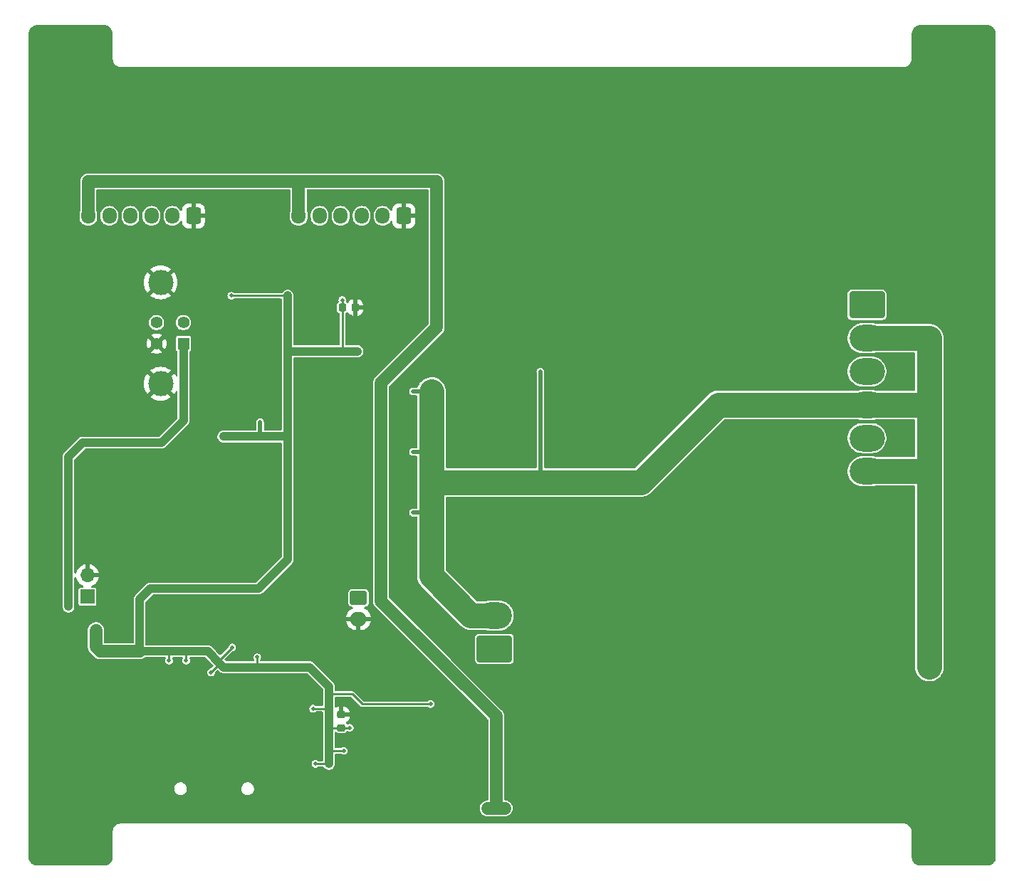
<source format=gbr>
%TF.GenerationSoftware,KiCad,Pcbnew,7.0.8-7.0.8~ubuntu22.04.1*%
%TF.CreationDate,2023-11-06T20:13:05+08:00*%
%TF.ProjectId,ECU,4543552e-6b69-4636-9164-5f7063625858,rev?*%
%TF.SameCoordinates,Original*%
%TF.FileFunction,Copper,L2,Bot*%
%TF.FilePolarity,Positive*%
%FSLAX46Y46*%
G04 Gerber Fmt 4.6, Leading zero omitted, Abs format (unit mm)*
G04 Created by KiCad (PCBNEW 7.0.8-7.0.8~ubuntu22.04.1) date 2023-11-06 20:13:05*
%MOMM*%
%LPD*%
G01*
G04 APERTURE LIST*
G04 Aperture macros list*
%AMRoundRect*
0 Rectangle with rounded corners*
0 $1 Rounding radius*
0 $2 $3 $4 $5 $6 $7 $8 $9 X,Y pos of 4 corners*
0 Add a 4 corners polygon primitive as box body*
4,1,4,$2,$3,$4,$5,$6,$7,$8,$9,$2,$3,0*
0 Add four circle primitives for the rounded corners*
1,1,$1+$1,$2,$3*
1,1,$1+$1,$4,$5*
1,1,$1+$1,$6,$7*
1,1,$1+$1,$8,$9*
0 Add four rect primitives between the rounded corners*
20,1,$1+$1,$2,$3,$4,$5,0*
20,1,$1+$1,$4,$5,$6,$7,0*
20,1,$1+$1,$6,$7,$8,$9,0*
20,1,$1+$1,$8,$9,$2,$3,0*%
G04 Aperture macros list end*
%TA.AperFunction,ComponentPad*%
%ADD10RoundRect,0.250000X0.600000X0.725000X-0.600000X0.725000X-0.600000X-0.725000X0.600000X-0.725000X0*%
%TD*%
%TA.AperFunction,ComponentPad*%
%ADD11O,1.700000X1.950000*%
%TD*%
%TA.AperFunction,ComponentPad*%
%ADD12RoundRect,0.250000X-0.750000X0.600000X-0.750000X-0.600000X0.750000X-0.600000X0.750000X0.600000X0*%
%TD*%
%TA.AperFunction,ComponentPad*%
%ADD13O,2.000000X1.700000*%
%TD*%
%TA.AperFunction,ComponentPad*%
%ADD14RoundRect,0.250000X1.850000X-1.330000X1.850000X1.330000X-1.850000X1.330000X-1.850000X-1.330000X0*%
%TD*%
%TA.AperFunction,ComponentPad*%
%ADD15O,4.200000X3.160000*%
%TD*%
%TA.AperFunction,ComponentPad*%
%ADD16R,1.400000X1.400000*%
%TD*%
%TA.AperFunction,ComponentPad*%
%ADD17C,1.400000*%
%TD*%
%TA.AperFunction,ComponentPad*%
%ADD18C,3.000000*%
%TD*%
%TA.AperFunction,ComponentPad*%
%ADD19RoundRect,0.250000X-1.850000X1.330000X-1.850000X-1.330000X1.850000X-1.330000X1.850000X1.330000X0*%
%TD*%
%TA.AperFunction,ComponentPad*%
%ADD20R,1.700000X1.700000*%
%TD*%
%TA.AperFunction,ComponentPad*%
%ADD21O,1.700000X1.700000*%
%TD*%
%TA.AperFunction,SMDPad,CuDef*%
%ADD22RoundRect,0.225000X0.225000X0.250000X-0.225000X0.250000X-0.225000X-0.250000X0.225000X-0.250000X0*%
%TD*%
%TA.AperFunction,SMDPad,CuDef*%
%ADD23RoundRect,0.225000X-0.250000X0.225000X-0.250000X-0.225000X0.250000X-0.225000X0.250000X0.225000X0*%
%TD*%
%TA.AperFunction,ViaPad*%
%ADD24C,0.500000*%
%TD*%
%TA.AperFunction,Conductor*%
%ADD25C,1.000000*%
%TD*%
%TA.AperFunction,Conductor*%
%ADD26C,0.250000*%
%TD*%
%TA.AperFunction,Conductor*%
%ADD27C,3.000000*%
%TD*%
%TA.AperFunction,Conductor*%
%ADD28C,0.500000*%
%TD*%
%TA.AperFunction,Conductor*%
%ADD29C,1.500000*%
%TD*%
G04 APERTURE END LIST*
D10*
%TO.P,J1,1,Pin_1*%
%TO.N,GND*%
X154600000Y-72700000D03*
D11*
%TO.P,J1,2,Pin_2*%
%TO.N,/IAT*%
X152100000Y-72700000D03*
%TO.P,J1,3,Pin_3*%
%TO.N,/MPS*%
X149600000Y-72700000D03*
%TO.P,J1,4,Pin_4*%
%TO.N,/TPS*%
X147100000Y-72700000D03*
%TO.P,J1,5,Pin_5*%
%TO.N,/AFR*%
X144600000Y-72700000D03*
%TO.P,J1,6,Pin_6*%
%TO.N,+5V*%
X142100000Y-72700000D03*
%TD*%
D12*
%TO.P,J8,1,Pin_1*%
%TO.N,Net-(J8-Pin_1)*%
X149225000Y-118151250D03*
D13*
%TO.P,J8,2,Pin_2*%
%TO.N,GND*%
X149225000Y-120651250D03*
%TD*%
D14*
%TO.P,J5,1,Pin_1*%
%TO.N,-BATT*%
X165380000Y-124210000D03*
D15*
%TO.P,J5,2,Pin_2*%
%TO.N,+BATT*%
X165380000Y-120250000D03*
%TD*%
D10*
%TO.P,J3,1,Pin_1*%
%TO.N,GND*%
X129600000Y-72700000D03*
D11*
%TO.P,J3,2,Pin_2*%
%TO.N,/FSPI_CS*%
X127100000Y-72700000D03*
%TO.P,J3,3,Pin_3*%
%TO.N,/FSPI_MOSI*%
X124600000Y-72700000D03*
%TO.P,J3,4,Pin_4*%
%TO.N,/FSPI_CLK*%
X122100000Y-72700000D03*
%TO.P,J3,5,Pin_5*%
%TO.N,/FSPI_MISO*%
X119600000Y-72700000D03*
%TO.P,J3,6,Pin_6*%
%TO.N,+5V*%
X117100000Y-72700000D03*
%TD*%
D16*
%TO.P,J4,1,VBUS*%
%TO.N,Net-(D7-A)*%
X128410000Y-87900000D03*
D17*
%TO.P,J4,2,D-*%
%TO.N,/USB_D-*%
X128410000Y-85400000D03*
%TO.P,J4,3,D+*%
%TO.N,/USB_D+*%
X125210000Y-85400000D03*
%TO.P,J4,4,GND*%
%TO.N,GND*%
X125210000Y-87900000D03*
D18*
%TO.P,J4,5,Shield*%
X125700000Y-80630000D03*
X125700000Y-92670000D03*
%TD*%
D19*
%TO.P,J6,1,Pin_1*%
%TO.N,/COIL*%
X209690000Y-83300000D03*
D15*
%TO.P,J6,2,Pin_2*%
%TO.N,+BATT*%
X209690000Y-87260000D03*
%TO.P,J6,3,Pin_3*%
%TO.N,/FUEL*%
X209690000Y-91220000D03*
%TO.P,J6,4,Pin_4*%
%TO.N,+BATT*%
X209690000Y-95180000D03*
%TO.P,J6,5,Pin_5*%
%TO.N,/PUMP*%
X209690000Y-99140000D03*
%TO.P,J6,6,Pin_6*%
%TO.N,+BATT*%
X209690000Y-103100000D03*
%TD*%
D20*
%TO.P,JP1,1,A*%
%TO.N,Net-(IC4-IO0)*%
X117000000Y-118010000D03*
D21*
%TO.P,JP1,2,B*%
%TO.N,GND*%
X117000000Y-115470000D03*
%TD*%
D22*
%TO.P,C21,2*%
%TO.N,+3.3V*%
X147300000Y-83612500D03*
%TO.P,C21,1*%
%TO.N,GND*%
X148850000Y-83612500D03*
%TD*%
D23*
%TO.P,C13,1*%
%TO.N,GND*%
X147180000Y-132050000D03*
%TO.P,C13,2*%
%TO.N,+3.3V*%
X147180000Y-133600000D03*
%TD*%
D24*
%TO.N,+3.3V*%
X143830000Y-131320000D03*
%TO.N,GND*%
X158530000Y-128540000D03*
%TO.N,+3.3V*%
X157800000Y-130790000D03*
%TO.N,GND*%
X139070000Y-96760000D03*
%TO.N,+3.3V*%
X137530000Y-97260000D03*
%TO.N,GND*%
X139760000Y-100750000D03*
X138220000Y-100750000D03*
X171640000Y-136550000D03*
X145500000Y-81112500D03*
X121900000Y-116150000D03*
X170500000Y-83250000D03*
X147600000Y-89812500D03*
X134620000Y-124610000D03*
X132750000Y-103500000D03*
X202300000Y-137350000D03*
X142700000Y-135000000D03*
X207800000Y-138625000D03*
X204675000Y-126600000D03*
X192775000Y-133700000D03*
X124340000Y-74220000D03*
X146670000Y-136940000D03*
X169840000Y-137750000D03*
X180000000Y-79000000D03*
X181800000Y-79000000D03*
X178200000Y-109600000D03*
X171040000Y-138350000D03*
X171040000Y-136550000D03*
X182575000Y-135800000D03*
X180600000Y-109600000D03*
X124100000Y-85950000D03*
X146100000Y-89812500D03*
X170440000Y-138350000D03*
X178800000Y-109600000D03*
X172240000Y-138950000D03*
X171640000Y-138950000D03*
X172240000Y-136550000D03*
X135260000Y-121250000D03*
X149900000Y-81112500D03*
X170440000Y-136550000D03*
X144750500Y-134470000D03*
X182400000Y-112400000D03*
X182400000Y-109600000D03*
X178200000Y-97200000D03*
X131475000Y-103500000D03*
X172840000Y-136550000D03*
X170000000Y-86400000D03*
X150670000Y-134810000D03*
X183600000Y-79000000D03*
X165750000Y-85300000D03*
X181800000Y-81800000D03*
X132200000Y-98950000D03*
X182400000Y-94400000D03*
X180600000Y-97200000D03*
X183000000Y-97200000D03*
X183000000Y-112400000D03*
X178800000Y-112400000D03*
X148350000Y-80262500D03*
X135000000Y-96800000D03*
X196175000Y-134300000D03*
X178800000Y-79000000D03*
X181800000Y-109600000D03*
X172840000Y-137750000D03*
X182400000Y-79000000D03*
X209775000Y-141400000D03*
X151200000Y-81112500D03*
X122575000Y-94975000D03*
X178200000Y-94400000D03*
X183600000Y-112400000D03*
X196175000Y-127600000D03*
X134000000Y-103500000D03*
X192775000Y-127600000D03*
X131450000Y-121250000D03*
X167300000Y-87650000D03*
X179400000Y-81800000D03*
X204675000Y-121800000D03*
X183000000Y-81800000D03*
X178200000Y-79000000D03*
X169840000Y-137150000D03*
X183600000Y-81800000D03*
X139700000Y-119800000D03*
X193400000Y-134300000D03*
X137200000Y-121250000D03*
X128309617Y-126181430D03*
X172840000Y-138950000D03*
X119490000Y-112310000D03*
X135450000Y-103500000D03*
X169840000Y-138350000D03*
X172840000Y-138350000D03*
X119500000Y-109760000D03*
X181800000Y-94400000D03*
X152100000Y-81497741D03*
X159490000Y-133620000D03*
X191500000Y-130625000D03*
X179400000Y-94400000D03*
X180000000Y-81800000D03*
X180500000Y-138625000D03*
X198950000Y-134300000D03*
X130200000Y-100800000D03*
X122580000Y-97540000D03*
X170440000Y-137150000D03*
X209775000Y-135900000D03*
X178200000Y-112400000D03*
X133990000Y-121250000D03*
X181800000Y-112400000D03*
X144000000Y-86112500D03*
X180000000Y-112400000D03*
X190000000Y-142200000D03*
X179400000Y-97200000D03*
X146670000Y-135760000D03*
X183000000Y-79000000D03*
X178800000Y-97200000D03*
X183000000Y-109600000D03*
X171640000Y-137150000D03*
X142900000Y-132900000D03*
X122040000Y-74230000D03*
X121900000Y-117400000D03*
X148350000Y-84662500D03*
X130180000Y-121250000D03*
X180600000Y-94400000D03*
X180000000Y-97200000D03*
X179400000Y-109600000D03*
X136800000Y-96800000D03*
X138450000Y-103800000D03*
X183600000Y-97200000D03*
X181200000Y-94400000D03*
X128910000Y-121250000D03*
X183600000Y-109600000D03*
X182400000Y-97200000D03*
X131478798Y-126336394D03*
X144600000Y-81497741D03*
X202700000Y-124200000D03*
X181200000Y-109600000D03*
X169840000Y-138950000D03*
X130900000Y-90000000D03*
X136600614Y-124818063D03*
X179400000Y-79000000D03*
X132720000Y-121250000D03*
X180600000Y-112400000D03*
X171040000Y-137750000D03*
X180600000Y-81800000D03*
X151900000Y-82812500D03*
X119510000Y-111050000D03*
X121900000Y-118575000D03*
X180000000Y-109600000D03*
X127640000Y-121250000D03*
X183000000Y-94400000D03*
X178200000Y-81800000D03*
X196175000Y-133600000D03*
X149100000Y-89812500D03*
X171640000Y-137750000D03*
X170440000Y-137750000D03*
X118000000Y-143207532D03*
X122000000Y-103675000D03*
X172240000Y-137750000D03*
X172840000Y-137150000D03*
X211800000Y-138625000D03*
X171040000Y-138950000D03*
X144800000Y-82812500D03*
X132720000Y-124260000D03*
X206700000Y-124200000D03*
X181200000Y-79000000D03*
X118000000Y-142400000D03*
X181200000Y-81800000D03*
X146800000Y-81112500D03*
X202300000Y-142200000D03*
X126850000Y-74260000D03*
X126150500Y-126066976D03*
X167300000Y-83250000D03*
X118300000Y-114500000D03*
X171640000Y-138350000D03*
X119380000Y-74230000D03*
X171040000Y-137150000D03*
X136900000Y-88000000D03*
X180600000Y-79000000D03*
X138500000Y-118300000D03*
X172240000Y-138350000D03*
X178800000Y-94400000D03*
X139800000Y-108675000D03*
X179400000Y-112400000D03*
X180000000Y-94400000D03*
X178800000Y-81800000D03*
X184700000Y-138625000D03*
X181800000Y-97200000D03*
X181200000Y-97200000D03*
X181200000Y-112400000D03*
X190000000Y-137350000D03*
X119470000Y-108520000D03*
X119500000Y-117200000D03*
X128950000Y-100800000D03*
X183600000Y-94400000D03*
X202300000Y-139775000D03*
X182575000Y-141500000D03*
X170440000Y-138950000D03*
X172240000Y-137150000D03*
X182400000Y-81800000D03*
X167700000Y-85300000D03*
X190000000Y-139775000D03*
X169840000Y-136550000D03*
%TO.N,+3.3V*%
X134100000Y-82200000D03*
X131700000Y-127000000D03*
X147600000Y-88812500D03*
X149100000Y-88812500D03*
X137180000Y-125210000D03*
X118000000Y-122000000D03*
X144100000Y-137900000D03*
X128740000Y-125630000D03*
X140800000Y-112725000D03*
X118000000Y-123000000D03*
X147300000Y-82712500D03*
X140800000Y-111150000D03*
X146100000Y-88812500D03*
X126700000Y-125630000D03*
X133150000Y-98950000D03*
X147490000Y-136350000D03*
X148190000Y-133600000D03*
X134210448Y-124042928D03*
X118000000Y-124000000D03*
%TO.N,+5V*%
X164600000Y-143200000D03*
X165600000Y-143200000D03*
X166600000Y-143200000D03*
%TO.N,+BATT*%
X155700000Y-93600000D03*
X155700000Y-108000000D03*
X217100000Y-123350000D03*
X155700000Y-100800000D03*
X217100000Y-126370000D03*
X217100000Y-124860000D03*
%TO.N,Net-(D7-A)*%
X114740000Y-117385000D03*
X114740000Y-118285000D03*
X122580000Y-99670000D03*
X114740000Y-119185000D03*
%TO.N,+BATT*%
X170850000Y-92200000D03*
X170850000Y-91250000D03*
%TD*%
D25*
%TO.N,+3.3V*%
X140800000Y-90556497D02*
X140800000Y-88820000D01*
X140800000Y-88820000D02*
X140800000Y-82200000D01*
X146100000Y-88812500D02*
X140807500Y-88812500D01*
X140807500Y-88812500D02*
X140800000Y-88820000D01*
X145700000Y-129600000D02*
X145700000Y-131360000D01*
X145700000Y-131360000D02*
X145700000Y-133600000D01*
D26*
X143830000Y-131320000D02*
X145660000Y-131320000D01*
X145660000Y-131320000D02*
X145700000Y-131360000D01*
D27*
%TO.N,+BATT*%
X182790000Y-104410000D02*
X170900000Y-104410000D01*
X170900000Y-104410000D02*
X157900000Y-104410000D01*
D28*
X170850000Y-91250000D02*
X170850000Y-104360000D01*
X170850000Y-104360000D02*
X170900000Y-104410000D01*
D25*
%TO.N,+3.3V*%
X145700000Y-128700000D02*
X145700000Y-129600000D01*
D26*
X157800000Y-130790000D02*
X149690000Y-130790000D01*
X149690000Y-130790000D02*
X148500000Y-129600000D01*
X148500000Y-129600000D02*
X145700000Y-129600000D01*
D29*
%TO.N,+5V*%
X151900000Y-92600000D02*
X151900000Y-118530000D01*
X165600000Y-143200000D02*
X165600000Y-132230000D01*
X165600000Y-132230000D02*
X151900000Y-118530000D01*
X164600000Y-143200000D02*
X166600000Y-143200000D01*
D25*
%TO.N,+3.3V*%
X137540000Y-98960000D02*
X140800000Y-98960000D01*
X133160000Y-98960000D02*
X137540000Y-98960000D01*
D28*
X137530000Y-97260000D02*
X137530000Y-98950000D01*
X137530000Y-98950000D02*
X137540000Y-98960000D01*
D25*
X140800000Y-110900000D02*
X140800000Y-98960000D01*
X140800000Y-98960000D02*
X140800000Y-97700000D01*
D26*
X133150000Y-98950000D02*
X133160000Y-98960000D01*
D25*
X124500000Y-117050000D02*
X137300000Y-117050000D01*
D26*
X137180000Y-126380000D02*
X137200000Y-126400000D01*
X132700000Y-126000000D02*
X132700000Y-125900000D01*
D25*
X136100000Y-126400000D02*
X143400000Y-126400000D01*
X140800000Y-97700000D02*
X140800000Y-91900000D01*
X145700000Y-133600000D02*
X145700000Y-134700000D01*
D26*
X134210448Y-124042928D02*
X132700000Y-125553376D01*
D25*
X136100000Y-126400000D02*
X137200000Y-126400000D01*
X123200000Y-118350000D02*
X124500000Y-117050000D01*
X140800000Y-113550000D02*
X140800000Y-112725000D01*
X145700000Y-134700000D02*
X145700000Y-136340000D01*
X143400000Y-126400000D02*
X145700000Y-128700000D01*
D26*
X134100000Y-82200000D02*
X140800000Y-82200000D01*
X144100000Y-137900000D02*
X145700000Y-137900000D01*
D25*
X126700000Y-124500000D02*
X128800000Y-124500000D01*
D29*
X118000000Y-124000000D02*
X118000000Y-122000000D01*
D25*
X126700000Y-124500000D02*
X123200000Y-124500000D01*
X123200000Y-124500000D02*
X123200000Y-118350000D01*
D26*
X147300000Y-88512500D02*
X147600000Y-88812500D01*
X128740000Y-124560000D02*
X128800000Y-124500000D01*
X137180000Y-125210000D02*
X137180000Y-126380000D01*
D29*
X118500000Y-124500000D02*
X123200000Y-124500000D01*
D26*
X145710000Y-136350000D02*
X145700000Y-136340000D01*
D25*
X140800000Y-112725000D02*
X140800000Y-110900000D01*
X128800000Y-124500000D02*
X131300000Y-124500000D01*
D26*
X148190000Y-133600000D02*
X145700000Y-133600000D01*
D25*
X131300000Y-124500000D02*
X132700000Y-125900000D01*
D26*
X131700000Y-127000000D02*
X132700000Y-126000000D01*
D25*
X137300000Y-117050000D02*
X140800000Y-113550000D01*
X145700000Y-136340000D02*
X145700000Y-137900000D01*
D26*
X128740000Y-125630000D02*
X128740000Y-124560000D01*
D25*
X147600000Y-88812500D02*
X149100000Y-88812500D01*
X133200000Y-126400000D02*
X136100000Y-126400000D01*
D26*
X132700000Y-125553376D02*
X132700000Y-125900000D01*
X126700000Y-125630000D02*
X126700000Y-124500000D01*
D29*
X118500000Y-124500000D02*
X118000000Y-124000000D01*
D25*
X140800000Y-90556497D02*
X140800000Y-91900000D01*
X146100000Y-88812500D02*
X147600000Y-88812500D01*
X132700000Y-125900000D02*
X133200000Y-126400000D01*
D26*
X147300000Y-82712500D02*
X147300000Y-88512500D01*
X147490000Y-136350000D02*
X145710000Y-136350000D01*
D29*
%TO.N,+5V*%
X142100000Y-68600000D02*
X158500000Y-68600000D01*
X117100000Y-68600000D02*
X117100000Y-72700000D01*
X158500000Y-68600000D02*
X158500000Y-86000000D01*
X142100000Y-68600000D02*
X117100000Y-68600000D01*
X158500000Y-86000000D02*
X151900000Y-92600000D01*
X142100000Y-72700000D02*
X142100000Y-68600000D01*
D28*
%TO.N,+BATT*%
X157800000Y-108000000D02*
X157900000Y-107900000D01*
D27*
X217100000Y-95200000D02*
X217100000Y-87300000D01*
X157900000Y-107900000D02*
X157900000Y-115550000D01*
X157900000Y-107900000D02*
X157900000Y-104410000D01*
X217100000Y-124860000D02*
X217100000Y-123350000D01*
X192020000Y-95180000D02*
X182790000Y-104410000D01*
X216700000Y-103100000D02*
X217100000Y-103500000D01*
D28*
X155700000Y-93600000D02*
X157900000Y-93600000D01*
D27*
X157900000Y-115550000D02*
X162600000Y-120250000D01*
X162600000Y-120250000D02*
X165380000Y-120250000D01*
X209690000Y-95180000D02*
X217080000Y-95180000D01*
X209690000Y-103100000D02*
X216700000Y-103100000D01*
X217100000Y-126370000D02*
X217100000Y-124860000D01*
X157900000Y-104410000D02*
X157900000Y-100700000D01*
X217060000Y-87260000D02*
X209690000Y-87260000D01*
D28*
X155700000Y-108000000D02*
X157800000Y-108000000D01*
D27*
X217080000Y-95180000D02*
X217100000Y-95200000D01*
X217100000Y-87300000D02*
X217060000Y-87260000D01*
X217100000Y-103500000D02*
X217100000Y-95200000D01*
X217100000Y-123350000D02*
X217100000Y-103500000D01*
D28*
X155700000Y-100800000D02*
X157800000Y-100800000D01*
X157800000Y-100800000D02*
X157900000Y-100700000D01*
D27*
X157900000Y-100700000D02*
X157900000Y-93600000D01*
X209690000Y-95180000D02*
X192020000Y-95180000D01*
D25*
%TO.N,Net-(D7-A)*%
X122580000Y-99670000D02*
X125800000Y-99670000D01*
X128410000Y-97060000D02*
X128410000Y-87900000D01*
X125800000Y-99670000D02*
X128410000Y-97060000D01*
X116430000Y-99670000D02*
X114740000Y-101360000D01*
X114740000Y-101360000D02*
X114740000Y-119185000D01*
X122580000Y-99670000D02*
X116430000Y-99670000D01*
%TD*%
%TA.AperFunction,Conductor*%
%TO.N,GND*%
G36*
X119002695Y-50000735D02*
G01*
X119045519Y-50004482D01*
X119171771Y-50016918D01*
X119191685Y-50020541D01*
X119258349Y-50038403D01*
X119351570Y-50066682D01*
X119367971Y-50072958D01*
X119435411Y-50104406D01*
X119438375Y-50105888D01*
X119475969Y-50125982D01*
X119522327Y-50150762D01*
X119528667Y-50154657D01*
X119594828Y-50200983D01*
X119598600Y-50203844D01*
X119670808Y-50263103D01*
X119675309Y-50267182D01*
X119732815Y-50324688D01*
X119736895Y-50329190D01*
X119796154Y-50401398D01*
X119799015Y-50405170D01*
X119845341Y-50471331D01*
X119849236Y-50477671D01*
X119894101Y-50561605D01*
X119895614Y-50564631D01*
X119927040Y-50632027D01*
X119933319Y-50648435D01*
X119961601Y-50741669D01*
X119979454Y-50808299D01*
X119983082Y-50828238D01*
X119995523Y-50954554D01*
X119999264Y-50997302D01*
X119999500Y-51002710D01*
X119999500Y-54087534D01*
X120029898Y-54259937D01*
X120089775Y-54424446D01*
X120177309Y-54576057D01*
X120289836Y-54710163D01*
X120423942Y-54822690D01*
X120423943Y-54822691D01*
X120423945Y-54822692D01*
X120575555Y-54910225D01*
X120740062Y-54970101D01*
X120912468Y-55000500D01*
X120912472Y-55000500D01*
X214087528Y-55000500D01*
X214087532Y-55000500D01*
X214259938Y-54970101D01*
X214424445Y-54910225D01*
X214576055Y-54822692D01*
X214710163Y-54710163D01*
X214822692Y-54576055D01*
X214910225Y-54424445D01*
X214970101Y-54259938D01*
X215000500Y-54087532D01*
X215000500Y-54000000D01*
X215000500Y-53999500D01*
X215000500Y-51002705D01*
X215000736Y-50997299D01*
X215004476Y-50954554D01*
X215016918Y-50828223D01*
X215020542Y-50808309D01*
X215038402Y-50741653D01*
X215066683Y-50648424D01*
X215072953Y-50632037D01*
X215104420Y-50564558D01*
X215105872Y-50561653D01*
X215150764Y-50477666D01*
X215154657Y-50471331D01*
X215187837Y-50423945D01*
X215200994Y-50405155D01*
X215203827Y-50401420D01*
X215263122Y-50329168D01*
X215267162Y-50324710D01*
X215324710Y-50267162D01*
X215329168Y-50263122D01*
X215401420Y-50203827D01*
X215405155Y-50200994D01*
X215471334Y-50154654D01*
X215477666Y-50150764D01*
X215561653Y-50105872D01*
X215564558Y-50104420D01*
X215632037Y-50072953D01*
X215648424Y-50066683D01*
X215741653Y-50038402D01*
X215808309Y-50020542D01*
X215828223Y-50016918D01*
X215954542Y-50004477D01*
X215997305Y-50000735D01*
X216002706Y-50000500D01*
X223997293Y-50000500D01*
X224002695Y-50000735D01*
X224045519Y-50004482D01*
X224171771Y-50016918D01*
X224191685Y-50020541D01*
X224258349Y-50038403D01*
X224351570Y-50066682D01*
X224367971Y-50072958D01*
X224435411Y-50104406D01*
X224438375Y-50105888D01*
X224475969Y-50125982D01*
X224522327Y-50150762D01*
X224528667Y-50154657D01*
X224594828Y-50200983D01*
X224598600Y-50203844D01*
X224670808Y-50263103D01*
X224675309Y-50267182D01*
X224732815Y-50324688D01*
X224736895Y-50329190D01*
X224796154Y-50401398D01*
X224799015Y-50405170D01*
X224845341Y-50471331D01*
X224849236Y-50477671D01*
X224894101Y-50561605D01*
X224895614Y-50564631D01*
X224927040Y-50632027D01*
X224933319Y-50648435D01*
X224961601Y-50741669D01*
X224979454Y-50808299D01*
X224983082Y-50828238D01*
X224995523Y-50954554D01*
X224999264Y-50997302D01*
X224999500Y-51002710D01*
X224999500Y-148997289D01*
X224999264Y-149002697D01*
X224995523Y-149045445D01*
X224983082Y-149171760D01*
X224979454Y-149191699D01*
X224961601Y-149258330D01*
X224933318Y-149351563D01*
X224927040Y-149367971D01*
X224895614Y-149435367D01*
X224894101Y-149438393D01*
X224849236Y-149522327D01*
X224845341Y-149528667D01*
X224799015Y-149594828D01*
X224796154Y-149598600D01*
X224736895Y-149670808D01*
X224732806Y-149675320D01*
X224675320Y-149732806D01*
X224670808Y-149736895D01*
X224598600Y-149796154D01*
X224594828Y-149799015D01*
X224528667Y-149845341D01*
X224522327Y-149849236D01*
X224438393Y-149894101D01*
X224435367Y-149895614D01*
X224367971Y-149927040D01*
X224351563Y-149933318D01*
X224258330Y-149961601D01*
X224191699Y-149979454D01*
X224171760Y-149983082D01*
X224045445Y-149995523D01*
X224004789Y-149999080D01*
X224002696Y-149999264D01*
X223997290Y-149999500D01*
X216002710Y-149999500D01*
X215997303Y-149999264D01*
X215995015Y-149999063D01*
X215954554Y-149995523D01*
X215828238Y-149983082D01*
X215808299Y-149979454D01*
X215741669Y-149961601D01*
X215648435Y-149933319D01*
X215632027Y-149927040D01*
X215583433Y-149904381D01*
X215564618Y-149895607D01*
X215561605Y-149894101D01*
X215477671Y-149849236D01*
X215471331Y-149845341D01*
X215405170Y-149799015D01*
X215401398Y-149796154D01*
X215329190Y-149736895D01*
X215324688Y-149732815D01*
X215267182Y-149675309D01*
X215263103Y-149670808D01*
X215203844Y-149598600D01*
X215200983Y-149594828D01*
X215154657Y-149528667D01*
X215150762Y-149522327D01*
X215125982Y-149475969D01*
X215105888Y-149438375D01*
X215104406Y-149435411D01*
X215072958Y-149367971D01*
X215066682Y-149351570D01*
X215038398Y-149258330D01*
X215020541Y-149191685D01*
X215016918Y-149171771D01*
X215004482Y-149045519D01*
X215000735Y-149002695D01*
X215000500Y-148997293D01*
X215000500Y-145912472D01*
X215000500Y-145912468D01*
X214970101Y-145740062D01*
X214910225Y-145575555D01*
X214822692Y-145423945D01*
X214822691Y-145423943D01*
X214822690Y-145423942D01*
X214710163Y-145289836D01*
X214576057Y-145177309D01*
X214424446Y-145089775D01*
X214259937Y-145029898D01*
X214087534Y-144999500D01*
X214087532Y-144999500D01*
X214000099Y-144999500D01*
X121000500Y-144999500D01*
X121000000Y-144999500D01*
X120912468Y-144999500D01*
X120912465Y-144999500D01*
X120740062Y-145029898D01*
X120575553Y-145089775D01*
X120423942Y-145177309D01*
X120289836Y-145289836D01*
X120177309Y-145423942D01*
X120089775Y-145575553D01*
X120029898Y-145740062D01*
X119999500Y-145912465D01*
X119999500Y-148997289D01*
X119999264Y-149002697D01*
X119995523Y-149045445D01*
X119983082Y-149171760D01*
X119979454Y-149191699D01*
X119961601Y-149258330D01*
X119933318Y-149351563D01*
X119927040Y-149367971D01*
X119895614Y-149435367D01*
X119894101Y-149438393D01*
X119849236Y-149522327D01*
X119845341Y-149528667D01*
X119799015Y-149594828D01*
X119796154Y-149598600D01*
X119736895Y-149670808D01*
X119732806Y-149675320D01*
X119675320Y-149732806D01*
X119670808Y-149736895D01*
X119598600Y-149796154D01*
X119594828Y-149799015D01*
X119528667Y-149845341D01*
X119522327Y-149849236D01*
X119438393Y-149894101D01*
X119435367Y-149895614D01*
X119367971Y-149927040D01*
X119351563Y-149933318D01*
X119258330Y-149961601D01*
X119191699Y-149979454D01*
X119171760Y-149983082D01*
X119045445Y-149995523D01*
X119004789Y-149999080D01*
X119002696Y-149999264D01*
X118997290Y-149999500D01*
X111002710Y-149999500D01*
X110997303Y-149999264D01*
X110995015Y-149999063D01*
X110954554Y-149995523D01*
X110828238Y-149983082D01*
X110808299Y-149979454D01*
X110741669Y-149961601D01*
X110648435Y-149933319D01*
X110632027Y-149927040D01*
X110583433Y-149904381D01*
X110564618Y-149895607D01*
X110561605Y-149894101D01*
X110477671Y-149849236D01*
X110471331Y-149845341D01*
X110405170Y-149799015D01*
X110401398Y-149796154D01*
X110329190Y-149736895D01*
X110324688Y-149732815D01*
X110267182Y-149675309D01*
X110263103Y-149670808D01*
X110203844Y-149598600D01*
X110200983Y-149594828D01*
X110154657Y-149528667D01*
X110150762Y-149522327D01*
X110125982Y-149475969D01*
X110105888Y-149438375D01*
X110104406Y-149435411D01*
X110072958Y-149367971D01*
X110066682Y-149351570D01*
X110038398Y-149258330D01*
X110020541Y-149191685D01*
X110016918Y-149171771D01*
X110004482Y-149045519D01*
X110000735Y-149002695D01*
X110000500Y-148997293D01*
X110000500Y-140893933D01*
X127315668Y-140893933D01*
X127331058Y-140981210D01*
X127346135Y-141066711D01*
X127415623Y-141227804D01*
X127415624Y-141227806D01*
X127415626Y-141227809D01*
X127470278Y-141301218D01*
X127520390Y-141368530D01*
X127654786Y-141481302D01*
X127732488Y-141520325D01*
X127811562Y-141560038D01*
X127811563Y-141560038D01*
X127811567Y-141560040D01*
X127982279Y-141600500D01*
X127982282Y-141600500D01*
X128113701Y-141600500D01*
X128113709Y-141600500D01*
X128244255Y-141585241D01*
X128409117Y-141525237D01*
X128555696Y-141428830D01*
X128676092Y-141301218D01*
X128763812Y-141149281D01*
X128814130Y-140981210D01*
X128819213Y-140893933D01*
X135295668Y-140893933D01*
X135311058Y-140981210D01*
X135326135Y-141066711D01*
X135395623Y-141227804D01*
X135395624Y-141227806D01*
X135395626Y-141227809D01*
X135450278Y-141301218D01*
X135500390Y-141368530D01*
X135634786Y-141481302D01*
X135712488Y-141520325D01*
X135791562Y-141560038D01*
X135791563Y-141560038D01*
X135791567Y-141560040D01*
X135962279Y-141600500D01*
X135962282Y-141600500D01*
X136093701Y-141600500D01*
X136093709Y-141600500D01*
X136224255Y-141585241D01*
X136389117Y-141525237D01*
X136535696Y-141428830D01*
X136656092Y-141301218D01*
X136743812Y-141149281D01*
X136794130Y-140981210D01*
X136804331Y-140806065D01*
X136773865Y-140633289D01*
X136704377Y-140472196D01*
X136599610Y-140331470D01*
X136527747Y-140271170D01*
X136465214Y-140218698D01*
X136465212Y-140218697D01*
X136308437Y-140139961D01*
X136308433Y-140139960D01*
X136137721Y-140099500D01*
X136006291Y-140099500D01*
X135901854Y-140111707D01*
X135875743Y-140114759D01*
X135875740Y-140114760D01*
X135710884Y-140174762D01*
X135710880Y-140174764D01*
X135564306Y-140271167D01*
X135564305Y-140271168D01*
X135443910Y-140398778D01*
X135356188Y-140550718D01*
X135305870Y-140718789D01*
X135305869Y-140718794D01*
X135295668Y-140893933D01*
X128819213Y-140893933D01*
X128824331Y-140806065D01*
X128793865Y-140633289D01*
X128724377Y-140472196D01*
X128619610Y-140331470D01*
X128547747Y-140271170D01*
X128485214Y-140218698D01*
X128485212Y-140218697D01*
X128328437Y-140139961D01*
X128328433Y-140139960D01*
X128157721Y-140099500D01*
X128026291Y-140099500D01*
X127921854Y-140111707D01*
X127895743Y-140114759D01*
X127895740Y-140114760D01*
X127730884Y-140174762D01*
X127730880Y-140174764D01*
X127584306Y-140271167D01*
X127584305Y-140271168D01*
X127463910Y-140398778D01*
X127376188Y-140550718D01*
X127325870Y-140718789D01*
X127325869Y-140718794D01*
X127315668Y-140893933D01*
X110000500Y-140893933D01*
X110000500Y-124072546D01*
X117047355Y-124072546D01*
X117057615Y-124129787D01*
X117058269Y-124134452D01*
X117064154Y-124192318D01*
X117064156Y-124192326D01*
X117073865Y-124223269D01*
X117075737Y-124230898D01*
X117081460Y-124262828D01*
X117081461Y-124262830D01*
X117103032Y-124316833D01*
X117104613Y-124321272D01*
X117122025Y-124376768D01*
X117137765Y-124405125D01*
X117141135Y-124412221D01*
X117153168Y-124442343D01*
X117153170Y-124442348D01*
X117153172Y-124442351D01*
X117153173Y-124442353D01*
X117185174Y-124490908D01*
X117187605Y-124494920D01*
X117206936Y-124529747D01*
X117215841Y-124545791D01*
X117236972Y-124570406D01*
X117241703Y-124576680D01*
X117259547Y-124603757D01*
X117300667Y-124644877D01*
X117303870Y-124648333D01*
X117323814Y-124671564D01*
X117341760Y-124692468D01*
X117341764Y-124692471D01*
X117341765Y-124692472D01*
X117367407Y-124712320D01*
X117373303Y-124717513D01*
X117819372Y-125163582D01*
X117877674Y-125224917D01*
X117925414Y-125258145D01*
X117929161Y-125260970D01*
X117950531Y-125278395D01*
X117974244Y-125297731D01*
X117974247Y-125297733D01*
X118002995Y-125312749D01*
X118009716Y-125316821D01*
X118028046Y-125329578D01*
X118036342Y-125335353D01*
X118089800Y-125358293D01*
X118094047Y-125360311D01*
X118145594Y-125387237D01*
X118176781Y-125396160D01*
X118184169Y-125398790D01*
X118213988Y-125411587D01*
X118270970Y-125423296D01*
X118275516Y-125424411D01*
X118331449Y-125440417D01*
X118363803Y-125442879D01*
X118371562Y-125443968D01*
X118403344Y-125450500D01*
X118461504Y-125450500D01*
X118466210Y-125450678D01*
X118489623Y-125452461D01*
X118524201Y-125455095D01*
X118524201Y-125455094D01*
X118524203Y-125455095D01*
X118556385Y-125450996D01*
X118564215Y-125450500D01*
X123248207Y-125450500D01*
X123392322Y-125435845D01*
X123576759Y-125377977D01*
X123576760Y-125377976D01*
X123576768Y-125377974D01*
X123745791Y-125284159D01*
X123808396Y-125230413D01*
X123872084Y-125201682D01*
X123889166Y-125200500D01*
X126207943Y-125200500D01*
X126274982Y-125220185D01*
X126320737Y-125272989D01*
X126330681Y-125342147D01*
X126320737Y-125376012D01*
X126263302Y-125501774D01*
X126244867Y-125630000D01*
X126263302Y-125758225D01*
X126310764Y-125862150D01*
X126317118Y-125876063D01*
X126401951Y-125973967D01*
X126510931Y-126044004D01*
X126635225Y-126080499D01*
X126635227Y-126080500D01*
X126635228Y-126080500D01*
X126764773Y-126080500D01*
X126764773Y-126080499D01*
X126889069Y-126044004D01*
X126998049Y-125973967D01*
X127082882Y-125876063D01*
X127136697Y-125758226D01*
X127155133Y-125630000D01*
X127136697Y-125501774D01*
X127130352Y-125487880D01*
X127079263Y-125376012D01*
X127069319Y-125306853D01*
X127098344Y-125243297D01*
X127157122Y-125205523D01*
X127192057Y-125200500D01*
X128247943Y-125200500D01*
X128314982Y-125220185D01*
X128360737Y-125272989D01*
X128370681Y-125342147D01*
X128360737Y-125376012D01*
X128303302Y-125501774D01*
X128284867Y-125630000D01*
X128303302Y-125758225D01*
X128350764Y-125862150D01*
X128357118Y-125876063D01*
X128441951Y-125973967D01*
X128550931Y-126044004D01*
X128675225Y-126080499D01*
X128675227Y-126080500D01*
X128675228Y-126080500D01*
X128804773Y-126080500D01*
X128804773Y-126080499D01*
X128929069Y-126044004D01*
X129038049Y-125973967D01*
X129122882Y-125876063D01*
X129176697Y-125758226D01*
X129195133Y-125630000D01*
X129176697Y-125501774D01*
X129170352Y-125487880D01*
X129119263Y-125376012D01*
X129109319Y-125306853D01*
X129138344Y-125243297D01*
X129197122Y-125205523D01*
X129232057Y-125200500D01*
X130958481Y-125200500D01*
X131025520Y-125220185D01*
X131046162Y-125236819D01*
X131936827Y-126127484D01*
X131970312Y-126188807D01*
X131965328Y-126258499D01*
X131936827Y-126302846D01*
X131726493Y-126513181D01*
X131665170Y-126546666D01*
X131638812Y-126549500D01*
X131635226Y-126549500D01*
X131510935Y-126585994D01*
X131510932Y-126585995D01*
X131510931Y-126585996D01*
X131459677Y-126618934D01*
X131401950Y-126656033D01*
X131317118Y-126753937D01*
X131317117Y-126753938D01*
X131263302Y-126871774D01*
X131244867Y-126999999D01*
X131263302Y-127128225D01*
X131267227Y-127136819D01*
X131317118Y-127246063D01*
X131401951Y-127343967D01*
X131510931Y-127414004D01*
X131635225Y-127450499D01*
X131635227Y-127450500D01*
X131635228Y-127450500D01*
X131764773Y-127450500D01*
X131764773Y-127450499D01*
X131889069Y-127414004D01*
X131998049Y-127343967D01*
X132082882Y-127246063D01*
X132136697Y-127128226D01*
X132148387Y-127046914D01*
X132177409Y-126983361D01*
X132183429Y-126976895D01*
X132397153Y-126763172D01*
X132458476Y-126729687D01*
X132528168Y-126734671D01*
X132572515Y-126763172D01*
X132688399Y-126879056D01*
X132690935Y-126881750D01*
X132732071Y-126928183D01*
X132783130Y-126963427D01*
X132786112Y-126965621D01*
X132834944Y-127003878D01*
X132834947Y-127003880D01*
X132834946Y-127003880D01*
X132844177Y-127008034D01*
X132863731Y-127019062D01*
X132872066Y-127024816D01*
X132872068Y-127024816D01*
X132872070Y-127024818D01*
X132930079Y-127046817D01*
X132933476Y-127048224D01*
X132980770Y-127069509D01*
X132990064Y-127073693D01*
X132990065Y-127073693D01*
X132990069Y-127073695D01*
X133000034Y-127075521D01*
X133021656Y-127081548D01*
X133024777Y-127082731D01*
X133031128Y-127085140D01*
X133076251Y-127090618D01*
X133092674Y-127092613D01*
X133096371Y-127093175D01*
X133157394Y-127104358D01*
X133212752Y-127101009D01*
X133219303Y-127100613D01*
X133223048Y-127100500D01*
X136057628Y-127100500D01*
X137242372Y-127100500D01*
X143058481Y-127100500D01*
X143125520Y-127120185D01*
X143146162Y-127136819D01*
X144963181Y-128953838D01*
X144996666Y-129015161D01*
X144999500Y-129041519D01*
X144999500Y-130870500D01*
X144979815Y-130937539D01*
X144927011Y-130983294D01*
X144875500Y-130994500D01*
X144193194Y-130994500D01*
X144126155Y-130974816D01*
X144019069Y-130905996D01*
X144019065Y-130905994D01*
X144019064Y-130905994D01*
X143894774Y-130869500D01*
X143894772Y-130869500D01*
X143765228Y-130869500D01*
X143765226Y-130869500D01*
X143640935Y-130905994D01*
X143640932Y-130905995D01*
X143640931Y-130905996D01*
X143621901Y-130918226D01*
X143531950Y-130976033D01*
X143447118Y-131073937D01*
X143447117Y-131073938D01*
X143393302Y-131191774D01*
X143374867Y-131320000D01*
X143393302Y-131448225D01*
X143447117Y-131566061D01*
X143447118Y-131566063D01*
X143531951Y-131663967D01*
X143640931Y-131734004D01*
X143765225Y-131770499D01*
X143765227Y-131770500D01*
X143765228Y-131770500D01*
X143894773Y-131770500D01*
X143894773Y-131770499D01*
X144019069Y-131734004D01*
X144126155Y-131665183D01*
X144193194Y-131645500D01*
X144875500Y-131645500D01*
X144942539Y-131665185D01*
X144988294Y-131717989D01*
X144999500Y-131769500D01*
X144999500Y-137450500D01*
X144979815Y-137517539D01*
X144927011Y-137563294D01*
X144875500Y-137574500D01*
X144463194Y-137574500D01*
X144396155Y-137554816D01*
X144289069Y-137485996D01*
X144289065Y-137485994D01*
X144289064Y-137485994D01*
X144164774Y-137449500D01*
X144164772Y-137449500D01*
X144035228Y-137449500D01*
X144035226Y-137449500D01*
X143910935Y-137485994D01*
X143910932Y-137485995D01*
X143910931Y-137485996D01*
X143861849Y-137517539D01*
X143801950Y-137556033D01*
X143717118Y-137653937D01*
X143717117Y-137653938D01*
X143663302Y-137771774D01*
X143644867Y-137900000D01*
X143663302Y-138028225D01*
X143717117Y-138146061D01*
X143717118Y-138146063D01*
X143801951Y-138243967D01*
X143910931Y-138314004D01*
X144035225Y-138350499D01*
X144035227Y-138350500D01*
X144035228Y-138350500D01*
X144164773Y-138350500D01*
X144164773Y-138350499D01*
X144289069Y-138314004D01*
X144396155Y-138245183D01*
X144463194Y-138225500D01*
X145008425Y-138225500D01*
X145075464Y-138245185D01*
X145110474Y-138279059D01*
X145171817Y-138367929D01*
X145277505Y-138461560D01*
X145299150Y-138480736D01*
X145449773Y-138559789D01*
X145449775Y-138559790D01*
X145614944Y-138600500D01*
X145785056Y-138600500D01*
X145950225Y-138559790D01*
X146029692Y-138518081D01*
X146100849Y-138480736D01*
X146100850Y-138480734D01*
X146100852Y-138480734D01*
X146228183Y-138367929D01*
X146324818Y-138227930D01*
X146385140Y-138068872D01*
X146400500Y-137942372D01*
X146400500Y-136799500D01*
X146420185Y-136732461D01*
X146472989Y-136686706D01*
X146524500Y-136675500D01*
X147126806Y-136675500D01*
X147193844Y-136695183D01*
X147300931Y-136764004D01*
X147425225Y-136800499D01*
X147425227Y-136800500D01*
X147425228Y-136800500D01*
X147554773Y-136800500D01*
X147554773Y-136800499D01*
X147679069Y-136764004D01*
X147788049Y-136693967D01*
X147872882Y-136596063D01*
X147926697Y-136478226D01*
X147945133Y-136350000D01*
X147926697Y-136221774D01*
X147872882Y-136103937D01*
X147788049Y-136006033D01*
X147679069Y-135935996D01*
X147679065Y-135935994D01*
X147679064Y-135935994D01*
X147554774Y-135899500D01*
X147554772Y-135899500D01*
X147425228Y-135899500D01*
X147425226Y-135899500D01*
X147300935Y-135935994D01*
X147300932Y-135935995D01*
X147300931Y-135935996D01*
X147193845Y-136004816D01*
X147126806Y-136024500D01*
X146524500Y-136024500D01*
X146457461Y-136004815D01*
X146411706Y-135952011D01*
X146400500Y-135900500D01*
X146400500Y-134196611D01*
X146420185Y-134129572D01*
X146472989Y-134083817D01*
X146542147Y-134073873D01*
X146605703Y-134102898D01*
X146612181Y-134108930D01*
X146676774Y-134173523D01*
X146676778Y-134173526D01*
X146676780Y-134173528D01*
X146796874Y-134234719D01*
X146796876Y-134234719D01*
X146796878Y-134234720D01*
X146896507Y-134250500D01*
X146896512Y-134250500D01*
X147463493Y-134250500D01*
X147563121Y-134234720D01*
X147563121Y-134234719D01*
X147563126Y-134234719D01*
X147683220Y-134173528D01*
X147778528Y-134078220D01*
X147795816Y-134044289D01*
X147843787Y-133993496D01*
X147911607Y-133976700D01*
X147973336Y-133996270D01*
X148000931Y-134014004D01*
X148104088Y-134044293D01*
X148125225Y-134050499D01*
X148125227Y-134050500D01*
X148125228Y-134050500D01*
X148254773Y-134050500D01*
X148254773Y-134050499D01*
X148379069Y-134014004D01*
X148488049Y-133943967D01*
X148572882Y-133846063D01*
X148626697Y-133728226D01*
X148645133Y-133600000D01*
X148626697Y-133471774D01*
X148572882Y-133353937D01*
X148488049Y-133256033D01*
X148379069Y-133185996D01*
X148379065Y-133185994D01*
X148379064Y-133185994D01*
X148254774Y-133149500D01*
X148254772Y-133149500D01*
X148125228Y-133149500D01*
X148125226Y-133149500D01*
X148000936Y-133185993D01*
X148000931Y-133185995D01*
X148000931Y-133185996D01*
X147973335Y-133203730D01*
X147906297Y-133223413D01*
X147839258Y-133203727D01*
X147795815Y-133155708D01*
X147778528Y-133121780D01*
X147778523Y-133121774D01*
X147759575Y-133102826D01*
X147726090Y-133041503D01*
X147731074Y-132971811D01*
X147772946Y-132915878D01*
X147782160Y-132909606D01*
X147882731Y-132847573D01*
X148002572Y-132727732D01*
X148002575Y-132727728D01*
X148091542Y-132583492D01*
X148091547Y-132583481D01*
X148144855Y-132422606D01*
X148154999Y-132323322D01*
X148155000Y-132323309D01*
X148155000Y-132300000D01*
X147054000Y-132300000D01*
X146986961Y-132280315D01*
X146941206Y-132227511D01*
X146930000Y-132176000D01*
X146930000Y-131100000D01*
X147430000Y-131100000D01*
X147430000Y-131800000D01*
X148154999Y-131800000D01*
X148154999Y-131776692D01*
X148154998Y-131776677D01*
X148144855Y-131677392D01*
X148091547Y-131516518D01*
X148091542Y-131516507D01*
X148002575Y-131372271D01*
X148002572Y-131372267D01*
X147882732Y-131252427D01*
X147882728Y-131252424D01*
X147738492Y-131163457D01*
X147738481Y-131163452D01*
X147577606Y-131110144D01*
X147478322Y-131100000D01*
X147430000Y-131100000D01*
X146930000Y-131100000D01*
X146929999Y-131099999D01*
X146881693Y-131100000D01*
X146881675Y-131100001D01*
X146782392Y-131110144D01*
X146621518Y-131163452D01*
X146621509Y-131163456D01*
X146589596Y-131183141D01*
X146522204Y-131201581D01*
X146455540Y-131180658D01*
X146410771Y-131127016D01*
X146400500Y-131077602D01*
X146400500Y-130049500D01*
X146420185Y-129982461D01*
X146472989Y-129936706D01*
X146524500Y-129925500D01*
X148313812Y-129925500D01*
X148380851Y-129945185D01*
X148401493Y-129961819D01*
X149447863Y-131008189D01*
X149451518Y-131012178D01*
X149477541Y-131043190D01*
X149477543Y-131043191D01*
X149477545Y-131043194D01*
X149477547Y-131043195D01*
X149477548Y-131043196D01*
X149512599Y-131063433D01*
X149517162Y-131066339D01*
X149550316Y-131089554D01*
X149550319Y-131089554D01*
X149555176Y-131091820D01*
X149571933Y-131098760D01*
X149576953Y-131100587D01*
X149576955Y-131100588D01*
X149616830Y-131107618D01*
X149622087Y-131108784D01*
X149661193Y-131119263D01*
X149701510Y-131115735D01*
X149706912Y-131115500D01*
X157436806Y-131115500D01*
X157503844Y-131135183D01*
X157610931Y-131204004D01*
X157735225Y-131240499D01*
X157735227Y-131240500D01*
X157735228Y-131240500D01*
X157864773Y-131240500D01*
X157864773Y-131240499D01*
X157989069Y-131204004D01*
X158098049Y-131133967D01*
X158182882Y-131036063D01*
X158236697Y-130918226D01*
X158255133Y-130790000D01*
X158236697Y-130661774D01*
X158182882Y-130543937D01*
X158098049Y-130446033D01*
X157989069Y-130375996D01*
X157989065Y-130375994D01*
X157989064Y-130375994D01*
X157864774Y-130339500D01*
X157864772Y-130339500D01*
X157735228Y-130339500D01*
X157735226Y-130339500D01*
X157610935Y-130375994D01*
X157610932Y-130375995D01*
X157610931Y-130375996D01*
X157503845Y-130444816D01*
X157436806Y-130464500D01*
X149876188Y-130464500D01*
X149809149Y-130444815D01*
X149788507Y-130428181D01*
X149285826Y-129925500D01*
X148742119Y-129381793D01*
X148738474Y-129377814D01*
X148712456Y-129346807D01*
X148712455Y-129346806D01*
X148701058Y-129340226D01*
X148677392Y-129326561D01*
X148672831Y-129323655D01*
X148659687Y-129314452D01*
X148639684Y-129300446D01*
X148639681Y-129300445D01*
X148634861Y-129298197D01*
X148618055Y-129291235D01*
X148613043Y-129289411D01*
X148573190Y-129282383D01*
X148567910Y-129281212D01*
X148528808Y-129270735D01*
X148493892Y-129273790D01*
X148488481Y-129274264D01*
X148483078Y-129274500D01*
X146524500Y-129274500D01*
X146457461Y-129254815D01*
X146411706Y-129202011D01*
X146400500Y-129150500D01*
X146400500Y-128723035D01*
X146400613Y-128719290D01*
X146404357Y-128657394D01*
X146393177Y-128596386D01*
X146392615Y-128592689D01*
X146385140Y-128531129D01*
X146385139Y-128531125D01*
X146381546Y-128521651D01*
X146375519Y-128500029D01*
X146373694Y-128490070D01*
X146373694Y-128490068D01*
X146348241Y-128433514D01*
X146346807Y-128430052D01*
X146324818Y-128372071D01*
X146324818Y-128372070D01*
X146319058Y-128363726D01*
X146308035Y-128344180D01*
X146303878Y-128334943D01*
X146265617Y-128286107D01*
X146263417Y-128283117D01*
X146246786Y-128259021D01*
X146228185Y-128232073D01*
X146228183Y-128232071D01*
X146181750Y-128190935D01*
X146179056Y-128188399D01*
X143911598Y-125920941D01*
X143909064Y-125918250D01*
X143867929Y-125871817D01*
X143867928Y-125871816D01*
X143867924Y-125871812D01*
X143816896Y-125836591D01*
X143813887Y-125834377D01*
X143765060Y-125796124D01*
X143765055Y-125796120D01*
X143755813Y-125791961D01*
X143736266Y-125780936D01*
X143727931Y-125775183D01*
X143727932Y-125775183D01*
X143727930Y-125775182D01*
X143669941Y-125753189D01*
X143666490Y-125751759D01*
X143609930Y-125726304D01*
X143599946Y-125724474D01*
X143578343Y-125718451D01*
X143568874Y-125714860D01*
X143568870Y-125714859D01*
X143507313Y-125707384D01*
X143503612Y-125706821D01*
X143442608Y-125695642D01*
X143442603Y-125695642D01*
X143380697Y-125699387D01*
X143376952Y-125699500D01*
X137629500Y-125699500D01*
X137562461Y-125679815D01*
X137516706Y-125627011D01*
X137505500Y-125575500D01*
X137505500Y-125568535D01*
X137525185Y-125501496D01*
X137535783Y-125487336D01*
X137562882Y-125456063D01*
X137616697Y-125338226D01*
X137635133Y-125210000D01*
X137616697Y-125081774D01*
X137562882Y-124963937D01*
X137478049Y-124866033D01*
X137369069Y-124795996D01*
X137369065Y-124795994D01*
X137369064Y-124795994D01*
X137244774Y-124759500D01*
X137244772Y-124759500D01*
X137115228Y-124759500D01*
X137115226Y-124759500D01*
X136990935Y-124795994D01*
X136990932Y-124795995D01*
X136990931Y-124795996D01*
X136939677Y-124828934D01*
X136881950Y-124866033D01*
X136797118Y-124963937D01*
X136797117Y-124963938D01*
X136743302Y-125081774D01*
X136724867Y-125210000D01*
X136743302Y-125338225D01*
X136791595Y-125443970D01*
X136797118Y-125456063D01*
X136824213Y-125487333D01*
X136853238Y-125550888D01*
X136854500Y-125568535D01*
X136854500Y-125575500D01*
X136834815Y-125642539D01*
X136782011Y-125688294D01*
X136730500Y-125699500D01*
X133541519Y-125699500D01*
X133474480Y-125679815D01*
X133453838Y-125663181D01*
X133339860Y-125549203D01*
X133306375Y-125487880D01*
X133311359Y-125418188D01*
X133339860Y-125373841D01*
X133749764Y-124963938D01*
X134183955Y-124529747D01*
X134245278Y-124496262D01*
X134271636Y-124493428D01*
X134275221Y-124493428D01*
X134275221Y-124493427D01*
X134399517Y-124456932D01*
X134508497Y-124386895D01*
X134593330Y-124288991D01*
X134647145Y-124171154D01*
X134665581Y-124042928D01*
X134647145Y-123914702D01*
X134593330Y-123796865D01*
X134508497Y-123698961D01*
X134399517Y-123628924D01*
X134399513Y-123628922D01*
X134399512Y-123628922D01*
X134275222Y-123592428D01*
X134275220Y-123592428D01*
X134145676Y-123592428D01*
X134145674Y-123592428D01*
X134021383Y-123628922D01*
X134021380Y-123628923D01*
X134021379Y-123628924D01*
X133970125Y-123661862D01*
X133912398Y-123698961D01*
X133827566Y-123796865D01*
X133827565Y-123796866D01*
X133773751Y-123914700D01*
X133773750Y-123914705D01*
X133762060Y-123996011D01*
X133733035Y-124059567D01*
X133727003Y-124066045D01*
X132879534Y-124913515D01*
X132818211Y-124947000D01*
X132748520Y-124942016D01*
X132704172Y-124913515D01*
X132281565Y-124490908D01*
X131811598Y-124020941D01*
X131809064Y-124018250D01*
X131767929Y-123971817D01*
X131767928Y-123971816D01*
X131767924Y-123971812D01*
X131716896Y-123936591D01*
X131713887Y-123934377D01*
X131665060Y-123896124D01*
X131665055Y-123896120D01*
X131655813Y-123891961D01*
X131636266Y-123880936D01*
X131627931Y-123875183D01*
X131627932Y-123875183D01*
X131627930Y-123875182D01*
X131569941Y-123853189D01*
X131566490Y-123851759D01*
X131509930Y-123826304D01*
X131499946Y-123824474D01*
X131478343Y-123818451D01*
X131468874Y-123814860D01*
X131468870Y-123814859D01*
X131407313Y-123807384D01*
X131403612Y-123806821D01*
X131342608Y-123795642D01*
X131342603Y-123795642D01*
X131280697Y-123799387D01*
X131276952Y-123799500D01*
X124024500Y-123799500D01*
X123957461Y-123779815D01*
X123911706Y-123727011D01*
X123900500Y-123675500D01*
X123900500Y-120901250D01*
X147744364Y-120901250D01*
X147801567Y-121114736D01*
X147801570Y-121114742D01*
X147901399Y-121328827D01*
X147901400Y-121328829D01*
X148036886Y-121522323D01*
X148036891Y-121522329D01*
X148203920Y-121689358D01*
X148203926Y-121689363D01*
X148397420Y-121824849D01*
X148397422Y-121824850D01*
X148611507Y-121924679D01*
X148611516Y-121924683D01*
X148839673Y-121985817D01*
X148839684Y-121985819D01*
X148974999Y-121997657D01*
X148975000Y-121997657D01*
X148975000Y-121086751D01*
X149082685Y-121135930D01*
X149189237Y-121151250D01*
X149260763Y-121151250D01*
X149367315Y-121135930D01*
X149475000Y-121086751D01*
X149475000Y-121997657D01*
X149610315Y-121985819D01*
X149610326Y-121985817D01*
X149838483Y-121924683D01*
X149838492Y-121924679D01*
X150052577Y-121824850D01*
X150052579Y-121824849D01*
X150246073Y-121689363D01*
X150246079Y-121689358D01*
X150413105Y-121522332D01*
X150548600Y-121328828D01*
X150648429Y-121114742D01*
X150648432Y-121114736D01*
X150705636Y-120901250D01*
X149658686Y-120901250D01*
X149684493Y-120861094D01*
X149725000Y-120723139D01*
X149725000Y-120579361D01*
X149684493Y-120441406D01*
X149658686Y-120401250D01*
X150705636Y-120401250D01*
X150705635Y-120401249D01*
X150648432Y-120187763D01*
X150648429Y-120187757D01*
X150548600Y-119973672D01*
X150548599Y-119973670D01*
X150413113Y-119780176D01*
X150413108Y-119780170D01*
X150246079Y-119613141D01*
X150246073Y-119613136D01*
X150052579Y-119477650D01*
X150052577Y-119477649D01*
X149967832Y-119438132D01*
X149915393Y-119391960D01*
X149896241Y-119324766D01*
X149916457Y-119257885D01*
X149969622Y-119212550D01*
X150020237Y-119201750D01*
X150029270Y-119201750D01*
X150059699Y-119198896D01*
X150059701Y-119198896D01*
X150123790Y-119176469D01*
X150187882Y-119154043D01*
X150297150Y-119073400D01*
X150377793Y-118964132D01*
X150407319Y-118879752D01*
X150422646Y-118835951D01*
X150422646Y-118835949D01*
X150425500Y-118805519D01*
X150425500Y-117496980D01*
X150422646Y-117466550D01*
X150422646Y-117466548D01*
X150377793Y-117338369D01*
X150377792Y-117338367D01*
X150297150Y-117229100D01*
X150187882Y-117148457D01*
X150187880Y-117148456D01*
X150059700Y-117103603D01*
X150029270Y-117100750D01*
X150029266Y-117100750D01*
X148420734Y-117100750D01*
X148420730Y-117100750D01*
X148390300Y-117103603D01*
X148390298Y-117103603D01*
X148262119Y-117148456D01*
X148262117Y-117148457D01*
X148152850Y-117229100D01*
X148072207Y-117338367D01*
X148072206Y-117338369D01*
X148027353Y-117466548D01*
X148027353Y-117466550D01*
X148024500Y-117496980D01*
X148024500Y-118805519D01*
X148027353Y-118835949D01*
X148027353Y-118835951D01*
X148072206Y-118964130D01*
X148072207Y-118964132D01*
X148152850Y-119073400D01*
X148262118Y-119154043D01*
X148304845Y-119168994D01*
X148390299Y-119198896D01*
X148420730Y-119201750D01*
X148429763Y-119201750D01*
X148496802Y-119221435D01*
X148542557Y-119274239D01*
X148552501Y-119343397D01*
X148523476Y-119406953D01*
X148482168Y-119438132D01*
X148397422Y-119477649D01*
X148397420Y-119477650D01*
X148203926Y-119613136D01*
X148203920Y-119613141D01*
X148036894Y-119780167D01*
X147901399Y-119973671D01*
X147801570Y-120187757D01*
X147801567Y-120187763D01*
X147744364Y-120401249D01*
X147744364Y-120401250D01*
X148791314Y-120401250D01*
X148765507Y-120441406D01*
X148725000Y-120579361D01*
X148725000Y-120723139D01*
X148765507Y-120861094D01*
X148791314Y-120901250D01*
X147744364Y-120901250D01*
X123900500Y-120901250D01*
X123900500Y-118691519D01*
X123920185Y-118624480D01*
X123936819Y-118603838D01*
X124753838Y-117786819D01*
X124815161Y-117753334D01*
X124841519Y-117750500D01*
X137276952Y-117750500D01*
X137280697Y-117750613D01*
X137288042Y-117751057D01*
X137342606Y-117754358D01*
X137380314Y-117747447D01*
X137403621Y-117743177D01*
X137407325Y-117742613D01*
X137425170Y-117740446D01*
X137468872Y-117735140D01*
X137478335Y-117731550D01*
X137499961Y-117725522D01*
X137500893Y-117725351D01*
X137509932Y-117723695D01*
X137566512Y-117698229D01*
X137569942Y-117696809D01*
X137627930Y-117674818D01*
X137636266Y-117669062D01*
X137655821Y-117658034D01*
X137665057Y-117653878D01*
X137713896Y-117615613D01*
X137716876Y-117613421D01*
X137767929Y-117578183D01*
X137809065Y-117531748D01*
X137811599Y-117529056D01*
X141279048Y-114061606D01*
X141281740Y-114059072D01*
X141328183Y-114017929D01*
X141363423Y-113966872D01*
X141365630Y-113963873D01*
X141403877Y-113915057D01*
X141408029Y-113905828D01*
X141419062Y-113886268D01*
X141419419Y-113885750D01*
X141424818Y-113877930D01*
X141446812Y-113819933D01*
X141448231Y-113816505D01*
X141473694Y-113759932D01*
X141475520Y-113749965D01*
X141481548Y-113728340D01*
X141485140Y-113718872D01*
X141492615Y-113657309D01*
X141493179Y-113653605D01*
X141497456Y-113630258D01*
X141504357Y-113592606D01*
X141500613Y-113530707D01*
X141500500Y-113526963D01*
X141500500Y-89637000D01*
X141520185Y-89569961D01*
X141572989Y-89524206D01*
X141624500Y-89513000D01*
X149142374Y-89513000D01*
X149184538Y-89507880D01*
X149268872Y-89497640D01*
X149427930Y-89437318D01*
X149567929Y-89340683D01*
X149680734Y-89213352D01*
X149759790Y-89062725D01*
X149800500Y-88897556D01*
X149800500Y-88727444D01*
X149759790Y-88562275D01*
X149745173Y-88534425D01*
X149680736Y-88411650D01*
X149634978Y-88360000D01*
X149567929Y-88284317D01*
X149505193Y-88241013D01*
X149427931Y-88187682D01*
X149268874Y-88127360D01*
X149268868Y-88127359D01*
X149142374Y-88112000D01*
X149142372Y-88112000D01*
X147749500Y-88112000D01*
X147682461Y-88092315D01*
X147636706Y-88039511D01*
X147625500Y-87988000D01*
X147625500Y-84364829D01*
X147645185Y-84297790D01*
X147693203Y-84254345D01*
X147778220Y-84211028D01*
X147797173Y-84192074D01*
X147858494Y-84158590D01*
X147928185Y-84163573D01*
X147984120Y-84205444D01*
X147990392Y-84214659D01*
X148052424Y-84315228D01*
X148052427Y-84315232D01*
X148172267Y-84435072D01*
X148172271Y-84435075D01*
X148316507Y-84524042D01*
X148316518Y-84524047D01*
X148477393Y-84577355D01*
X148576683Y-84587499D01*
X148600000Y-84587498D01*
X148600000Y-83862500D01*
X149100000Y-83862500D01*
X149100000Y-84587499D01*
X149123308Y-84587499D01*
X149123322Y-84587498D01*
X149222607Y-84577355D01*
X149383481Y-84524047D01*
X149383492Y-84524042D01*
X149527728Y-84435075D01*
X149527732Y-84435072D01*
X149647572Y-84315232D01*
X149647575Y-84315228D01*
X149736542Y-84170992D01*
X149736547Y-84170981D01*
X149789855Y-84010106D01*
X149799999Y-83910822D01*
X149800000Y-83910809D01*
X149800000Y-83862500D01*
X149100000Y-83862500D01*
X148600000Y-83862500D01*
X148600000Y-82637500D01*
X149100000Y-82637500D01*
X149100000Y-83362500D01*
X149799999Y-83362500D01*
X149799999Y-83314192D01*
X149799998Y-83314177D01*
X149789855Y-83214892D01*
X149736547Y-83054018D01*
X149736542Y-83054007D01*
X149647575Y-82909771D01*
X149647572Y-82909767D01*
X149527732Y-82789927D01*
X149527728Y-82789924D01*
X149383492Y-82700957D01*
X149383481Y-82700952D01*
X149222606Y-82647644D01*
X149123322Y-82637500D01*
X149100000Y-82637500D01*
X148600000Y-82637500D01*
X148600000Y-82637499D01*
X148576693Y-82637500D01*
X148576674Y-82637501D01*
X148477392Y-82647644D01*
X148316518Y-82700952D01*
X148316507Y-82700957D01*
X148172271Y-82789924D01*
X148172267Y-82789927D01*
X148052426Y-82909768D01*
X147990392Y-83010341D01*
X147938444Y-83057065D01*
X147869481Y-83068286D01*
X147805399Y-83040443D01*
X147797173Y-83032924D01*
X147778225Y-83013976D01*
X147778221Y-83013973D01*
X147778220Y-83013972D01*
X147778218Y-83013971D01*
X147770328Y-83008239D01*
X147772562Y-83005162D01*
X147735391Y-82970041D01*
X147718611Y-82902216D01*
X147729702Y-82856042D01*
X147736697Y-82840726D01*
X147755133Y-82712500D01*
X147736697Y-82584274D01*
X147682882Y-82466437D01*
X147598049Y-82368533D01*
X147489069Y-82298496D01*
X147489065Y-82298494D01*
X147489064Y-82298494D01*
X147364774Y-82262000D01*
X147364772Y-82262000D01*
X147235228Y-82262000D01*
X147235226Y-82262000D01*
X147110935Y-82298494D01*
X147110932Y-82298495D01*
X147110931Y-82298496D01*
X147082437Y-82316808D01*
X147001950Y-82368533D01*
X146917118Y-82466437D01*
X146917117Y-82466438D01*
X146863302Y-82584274D01*
X146844867Y-82712500D01*
X146863302Y-82840724D01*
X146863303Y-82840726D01*
X146870297Y-82856041D01*
X146870298Y-82856042D01*
X146880241Y-82925201D01*
X146851215Y-82988756D01*
X146828470Y-83006579D01*
X146829674Y-83008236D01*
X146821779Y-83013972D01*
X146726476Y-83109274D01*
X146726473Y-83109278D01*
X146665279Y-83229378D01*
X146649500Y-83329006D01*
X146649500Y-83895993D01*
X146665279Y-83995621D01*
X146665280Y-83995624D01*
X146665281Y-83995626D01*
X146672659Y-84010106D01*
X146726473Y-84115721D01*
X146726476Y-84115725D01*
X146821774Y-84211023D01*
X146821777Y-84211025D01*
X146821780Y-84211028D01*
X146906795Y-84254345D01*
X146957590Y-84302318D01*
X146974500Y-84364829D01*
X146974500Y-87988000D01*
X146954815Y-88055039D01*
X146902011Y-88100794D01*
X146850500Y-88112000D01*
X141624500Y-88112000D01*
X141557461Y-88092315D01*
X141511706Y-88039511D01*
X141500500Y-87988000D01*
X141500500Y-82157625D01*
X141485140Y-82031131D01*
X141485139Y-82031125D01*
X141429835Y-81885300D01*
X141424818Y-81872070D01*
X141413748Y-81856033D01*
X141365405Y-81785996D01*
X141328183Y-81732071D01*
X141200852Y-81619266D01*
X141200849Y-81619263D01*
X141050226Y-81540210D01*
X140885056Y-81499500D01*
X140714944Y-81499500D01*
X140549773Y-81540210D01*
X140399150Y-81619263D01*
X140271816Y-81732072D01*
X140210475Y-81820940D01*
X140156192Y-81864930D01*
X140108425Y-81874500D01*
X134463194Y-81874500D01*
X134396155Y-81854816D01*
X134289069Y-81785996D01*
X134289065Y-81785994D01*
X134289064Y-81785994D01*
X134164774Y-81749500D01*
X134164772Y-81749500D01*
X134035228Y-81749500D01*
X134035226Y-81749500D01*
X133910935Y-81785994D01*
X133910932Y-81785995D01*
X133910931Y-81785996D01*
X133859677Y-81818934D01*
X133801950Y-81856033D01*
X133717118Y-81953937D01*
X133717117Y-81953938D01*
X133663302Y-82071774D01*
X133644867Y-82200000D01*
X133663302Y-82328225D01*
X133717117Y-82446061D01*
X133717118Y-82446063D01*
X133801951Y-82543967D01*
X133910931Y-82614004D01*
X134035225Y-82650499D01*
X134035227Y-82650500D01*
X134035228Y-82650500D01*
X134164773Y-82650500D01*
X134164773Y-82650499D01*
X134289069Y-82614004D01*
X134396155Y-82545183D01*
X134463194Y-82525500D01*
X139975500Y-82525500D01*
X140042539Y-82545185D01*
X140088294Y-82597989D01*
X140099500Y-82649500D01*
X140099500Y-88745073D01*
X140097469Y-88767424D01*
X140095642Y-88777392D01*
X140095642Y-88777395D01*
X140099387Y-88839302D01*
X140099500Y-88843047D01*
X140099500Y-98135500D01*
X140079815Y-98202539D01*
X140027011Y-98248294D01*
X139975500Y-98259500D01*
X138104500Y-98259500D01*
X138037461Y-98239815D01*
X137991706Y-98187011D01*
X137980500Y-98135500D01*
X137980500Y-97301092D01*
X137981762Y-97283445D01*
X137985133Y-97260000D01*
X137981039Y-97231528D01*
X137980583Y-97227344D01*
X137980500Y-97226240D01*
X137975703Y-97194412D01*
X137966562Y-97130837D01*
X137965635Y-97126643D01*
X137965349Y-97125715D01*
X137937886Y-97068688D01*
X137924255Y-97038841D01*
X137912882Y-97013937D01*
X137912879Y-97013934D01*
X137909501Y-97008676D01*
X137906986Y-97004181D01*
X137906424Y-97003357D01*
X137865454Y-96959202D01*
X137857586Y-96950122D01*
X137828049Y-96916033D01*
X137828042Y-96916028D01*
X137821349Y-96910228D01*
X137821896Y-96909596D01*
X137821554Y-96909311D01*
X137821323Y-96909602D01*
X137814057Y-96903809D01*
X137814055Y-96903806D01*
X137765818Y-96875956D01*
X137763307Y-96874426D01*
X137719072Y-96845997D01*
X137711002Y-96842312D01*
X137711107Y-96842080D01*
X137699295Y-96837022D01*
X137696449Y-96835905D01*
X137645541Y-96824285D01*
X137641872Y-96823328D01*
X137594772Y-96809500D01*
X137594732Y-96809500D01*
X137567140Y-96806391D01*
X137564046Y-96805685D01*
X137564042Y-96805684D01*
X137532709Y-96808033D01*
X137515438Y-96809327D01*
X137510822Y-96809500D01*
X137465224Y-96809500D01*
X137461387Y-96810627D01*
X137435727Y-96815301D01*
X137428622Y-96815833D01*
X137386520Y-96832356D01*
X137381338Y-96834130D01*
X137340927Y-96845997D01*
X137334241Y-96850294D01*
X137312518Y-96861400D01*
X137302207Y-96865447D01*
X137302203Y-96865449D01*
X137269571Y-96891471D01*
X137264436Y-96895154D01*
X137231953Y-96916031D01*
X137231944Y-96916039D01*
X137224158Y-96925024D01*
X137207769Y-96940758D01*
X137196032Y-96950118D01*
X137196029Y-96950122D01*
X137174486Y-96981718D01*
X137170115Y-96987393D01*
X137147119Y-97013934D01*
X137147116Y-97013939D01*
X137140544Y-97028329D01*
X137130207Y-97046663D01*
X137119527Y-97062327D01*
X137109286Y-97095529D01*
X137106436Y-97103014D01*
X137093302Y-97131774D01*
X137090490Y-97151332D01*
X137086246Y-97170223D01*
X137079500Y-97192095D01*
X137079500Y-97218906D01*
X137078238Y-97236552D01*
X137074867Y-97259999D01*
X137078238Y-97283445D01*
X137079500Y-97301092D01*
X137079500Y-98135500D01*
X137059815Y-98202539D01*
X137007011Y-98248294D01*
X136955500Y-98259500D01*
X133117626Y-98259500D01*
X132991131Y-98274859D01*
X132991125Y-98274860D01*
X132832068Y-98335182D01*
X132692072Y-98431816D01*
X132579263Y-98559150D01*
X132500210Y-98709773D01*
X132492097Y-98742690D01*
X132459500Y-98874944D01*
X132459500Y-99045056D01*
X132464692Y-99066122D01*
X132500210Y-99210226D01*
X132579263Y-99360849D01*
X132579266Y-99360852D01*
X132692071Y-99488183D01*
X132763236Y-99537305D01*
X132832068Y-99584817D01*
X132832069Y-99584817D01*
X132832070Y-99584818D01*
X132991128Y-99645140D01*
X133067028Y-99654356D01*
X133117626Y-99660500D01*
X133117628Y-99660500D01*
X137497628Y-99660500D01*
X139975500Y-99660500D01*
X140042539Y-99680185D01*
X140088294Y-99732989D01*
X140099500Y-99784500D01*
X140099500Y-113208481D01*
X140079815Y-113275520D01*
X140063181Y-113296162D01*
X137046162Y-116313181D01*
X136984839Y-116346666D01*
X136958481Y-116349500D01*
X124523048Y-116349500D01*
X124519303Y-116349387D01*
X124457396Y-116345642D01*
X124457389Y-116345642D01*
X124396386Y-116356821D01*
X124392685Y-116357384D01*
X124331128Y-116364859D01*
X124331121Y-116364861D01*
X124321647Y-116368454D01*
X124300049Y-116374475D01*
X124290069Y-116376304D01*
X124233519Y-116401755D01*
X124230060Y-116403188D01*
X124172071Y-116425181D01*
X124172066Y-116425184D01*
X124163722Y-116430943D01*
X124144187Y-116441961D01*
X124134947Y-116446120D01*
X124134945Y-116446121D01*
X124086136Y-116484359D01*
X124083122Y-116486576D01*
X124032070Y-116521817D01*
X124032068Y-116521818D01*
X123990942Y-116568240D01*
X123988375Y-116570966D01*
X122720966Y-117838375D01*
X122718240Y-117840942D01*
X122671818Y-117882068D01*
X122636586Y-117933109D01*
X122634368Y-117936124D01*
X122596124Y-117984939D01*
X122596119Y-117984948D01*
X122591960Y-117994188D01*
X122580942Y-118013723D01*
X122575187Y-118022061D01*
X122575183Y-118022067D01*
X122575182Y-118022070D01*
X122575180Y-118022074D01*
X122575179Y-118022077D01*
X122553189Y-118080055D01*
X122551757Y-118083513D01*
X122526305Y-118140068D01*
X122524477Y-118150042D01*
X122518453Y-118171653D01*
X122514860Y-118181127D01*
X122514859Y-118181128D01*
X122507384Y-118242685D01*
X122506821Y-118246386D01*
X122495642Y-118307390D01*
X122495642Y-118307395D01*
X122499387Y-118369302D01*
X122499500Y-118373047D01*
X122499500Y-123425500D01*
X122479815Y-123492539D01*
X122427011Y-123538294D01*
X122375500Y-123549500D01*
X119074500Y-123549500D01*
X119007461Y-123529815D01*
X118961706Y-123477011D01*
X118950500Y-123425500D01*
X118950500Y-121951792D01*
X118935845Y-121807677D01*
X118877977Y-121623240D01*
X118877975Y-121623236D01*
X118877974Y-121623232D01*
X118784159Y-121454209D01*
X118784158Y-121454208D01*
X118784157Y-121454206D01*
X118658241Y-121307533D01*
X118658240Y-121307531D01*
X118505375Y-121189205D01*
X118505371Y-121189203D01*
X118498396Y-121185781D01*
X118331816Y-121104070D01*
X118331814Y-121104069D01*
X118331811Y-121104068D01*
X118331813Y-121104068D01*
X118144682Y-121055616D01*
X118144676Y-121055615D01*
X118015964Y-121049087D01*
X117951610Y-121045824D01*
X117951609Y-121045824D01*
X117951607Y-121045824D01*
X117760533Y-121075095D01*
X117760521Y-121075098D01*
X117579251Y-121142234D01*
X117579242Y-121142238D01*
X117415196Y-121244488D01*
X117275080Y-121377677D01*
X117164646Y-121536342D01*
X117088413Y-121713987D01*
X117049500Y-121903343D01*
X117049500Y-123987937D01*
X117047355Y-124072545D01*
X117047355Y-124072546D01*
X110000500Y-124072546D01*
X110000500Y-101317395D01*
X114035642Y-101317395D01*
X114039387Y-101379302D01*
X114039500Y-101383047D01*
X114039500Y-119227374D01*
X114054859Y-119353868D01*
X114054860Y-119353874D01*
X114115182Y-119512931D01*
X114173681Y-119597680D01*
X114211817Y-119652929D01*
X114317505Y-119746560D01*
X114339150Y-119765736D01*
X114489773Y-119844789D01*
X114489775Y-119844790D01*
X114654944Y-119885500D01*
X114825056Y-119885500D01*
X114990225Y-119844790D01*
X115069692Y-119803081D01*
X115140849Y-119765736D01*
X115140850Y-119765734D01*
X115140852Y-119765734D01*
X115268183Y-119652929D01*
X115364818Y-119512930D01*
X115425140Y-119353872D01*
X115436795Y-119257885D01*
X115440500Y-119227374D01*
X115440500Y-115807740D01*
X115460185Y-115740701D01*
X115512989Y-115694946D01*
X115582147Y-115685002D01*
X115645703Y-115714027D01*
X115683477Y-115772805D01*
X115684275Y-115775647D01*
X115726566Y-115933483D01*
X115726570Y-115933492D01*
X115826399Y-116147578D01*
X115961894Y-116341082D01*
X116128917Y-116508105D01*
X116322421Y-116643600D01*
X116492948Y-116723118D01*
X116545387Y-116769290D01*
X116564539Y-116836484D01*
X116544323Y-116903365D01*
X116491158Y-116948700D01*
X116440543Y-116959500D01*
X116130247Y-116959500D01*
X116071770Y-116971131D01*
X116071769Y-116971132D01*
X116005447Y-117015447D01*
X115961132Y-117081769D01*
X115961131Y-117081770D01*
X115949500Y-117140247D01*
X115949500Y-118879752D01*
X115961131Y-118938229D01*
X115961132Y-118938230D01*
X116005447Y-119004552D01*
X116071769Y-119048867D01*
X116071770Y-119048868D01*
X116130247Y-119060499D01*
X116130250Y-119060500D01*
X116130252Y-119060500D01*
X117869750Y-119060500D01*
X117869751Y-119060499D01*
X117884568Y-119057552D01*
X117928229Y-119048868D01*
X117928229Y-119048867D01*
X117928231Y-119048867D01*
X117994552Y-119004552D01*
X118038867Y-118938231D01*
X118038867Y-118938229D01*
X118038868Y-118938229D01*
X118050499Y-118879752D01*
X118050500Y-118879750D01*
X118050500Y-117140249D01*
X118050499Y-117140247D01*
X118038868Y-117081770D01*
X118038867Y-117081769D01*
X117994552Y-117015447D01*
X117928230Y-116971132D01*
X117928229Y-116971131D01*
X117869752Y-116959500D01*
X117869748Y-116959500D01*
X117559457Y-116959500D01*
X117492418Y-116939815D01*
X117446663Y-116887011D01*
X117436719Y-116817853D01*
X117465744Y-116754297D01*
X117507052Y-116723118D01*
X117677578Y-116643600D01*
X117871082Y-116508105D01*
X118038105Y-116341082D01*
X118173600Y-116147578D01*
X118273429Y-115933492D01*
X118273432Y-115933486D01*
X118330636Y-115720000D01*
X117433686Y-115720000D01*
X117459493Y-115679844D01*
X117500000Y-115541889D01*
X117500000Y-115398111D01*
X117459493Y-115260156D01*
X117433686Y-115220000D01*
X118330636Y-115220000D01*
X118330635Y-115219999D01*
X118273432Y-115006513D01*
X118273429Y-115006507D01*
X118173600Y-114792422D01*
X118173599Y-114792420D01*
X118038113Y-114598926D01*
X118038108Y-114598920D01*
X117871082Y-114431894D01*
X117677578Y-114296399D01*
X117463492Y-114196570D01*
X117463486Y-114196567D01*
X117250000Y-114139364D01*
X117250000Y-115034498D01*
X117142315Y-114985320D01*
X117035763Y-114970000D01*
X116964237Y-114970000D01*
X116857685Y-114985320D01*
X116750000Y-115034498D01*
X116750000Y-114139364D01*
X116749999Y-114139364D01*
X116536513Y-114196567D01*
X116536507Y-114196570D01*
X116322422Y-114296399D01*
X116322420Y-114296400D01*
X116128926Y-114431886D01*
X116128920Y-114431891D01*
X115961891Y-114598920D01*
X115961886Y-114598926D01*
X115826400Y-114792420D01*
X115826399Y-114792422D01*
X115726570Y-115006507D01*
X115726566Y-115006516D01*
X115684275Y-115164352D01*
X115647910Y-115224013D01*
X115585063Y-115254542D01*
X115515688Y-115246247D01*
X115461810Y-115201762D01*
X115440535Y-115135210D01*
X115440500Y-115132259D01*
X115440500Y-101701519D01*
X115460185Y-101634480D01*
X115476819Y-101613838D01*
X116683838Y-100406819D01*
X116745161Y-100373334D01*
X116771519Y-100370500D01*
X122537628Y-100370500D01*
X125776952Y-100370500D01*
X125780697Y-100370613D01*
X125788042Y-100371057D01*
X125842606Y-100374358D01*
X125880314Y-100367447D01*
X125903621Y-100363177D01*
X125907325Y-100362613D01*
X125925170Y-100360446D01*
X125968872Y-100355140D01*
X125978335Y-100351550D01*
X125999961Y-100345522D01*
X126000893Y-100345351D01*
X126009932Y-100343695D01*
X126066512Y-100318229D01*
X126069942Y-100316809D01*
X126127930Y-100294818D01*
X126136266Y-100289062D01*
X126155821Y-100278034D01*
X126165057Y-100273878D01*
X126213896Y-100235613D01*
X126216876Y-100233421D01*
X126267929Y-100198183D01*
X126309065Y-100151748D01*
X126311599Y-100149056D01*
X128889056Y-97571599D01*
X128891748Y-97569065D01*
X128938183Y-97527929D01*
X128973427Y-97476866D01*
X128975617Y-97473890D01*
X129013877Y-97425057D01*
X129018029Y-97415828D01*
X129029062Y-97396268D01*
X129029419Y-97395750D01*
X129034818Y-97387930D01*
X129056812Y-97329933D01*
X129058231Y-97326505D01*
X129083694Y-97269932D01*
X129085520Y-97259965D01*
X129091548Y-97238340D01*
X129095140Y-97228872D01*
X129102615Y-97167309D01*
X129103179Y-97163605D01*
X129107456Y-97140258D01*
X129114357Y-97102606D01*
X129112305Y-97068688D01*
X129110613Y-97040707D01*
X129110500Y-97036963D01*
X129110500Y-88903918D01*
X129130185Y-88836879D01*
X129182989Y-88791124D01*
X129187051Y-88789356D01*
X129188229Y-88788867D01*
X129188231Y-88788867D01*
X129254552Y-88744552D01*
X129298867Y-88678231D01*
X129298867Y-88678229D01*
X129298868Y-88678229D01*
X129310499Y-88619752D01*
X129310500Y-88619750D01*
X129310500Y-87180249D01*
X129310499Y-87180247D01*
X129298868Y-87121770D01*
X129298867Y-87121769D01*
X129254552Y-87055447D01*
X129188230Y-87011132D01*
X129188229Y-87011131D01*
X129129752Y-86999500D01*
X129129748Y-86999500D01*
X127690252Y-86999500D01*
X127690247Y-86999500D01*
X127631770Y-87011131D01*
X127631769Y-87011132D01*
X127565447Y-87055447D01*
X127521132Y-87121769D01*
X127521131Y-87121770D01*
X127509500Y-87180247D01*
X127509500Y-88619752D01*
X127521131Y-88678229D01*
X127521132Y-88678230D01*
X127565447Y-88744552D01*
X127631769Y-88788867D01*
X127632949Y-88789356D01*
X127635126Y-88791110D01*
X127641923Y-88795652D01*
X127641516Y-88796259D01*
X127687354Y-88833195D01*
X127709421Y-88899489D01*
X127709500Y-88903918D01*
X127709500Y-91691100D01*
X127689815Y-91758139D01*
X127637011Y-91803894D01*
X127567853Y-91813838D01*
X127504297Y-91784813D01*
X127476668Y-91750527D01*
X127386808Y-91585961D01*
X127386807Y-91585960D01*
X127280115Y-91443436D01*
X126670560Y-92052991D01*
X126621652Y-91974001D01*
X126478069Y-91816499D01*
X126319610Y-91696835D01*
X126926562Y-91089883D01*
X126926561Y-91089882D01*
X126784046Y-90983196D01*
X126784038Y-90983191D01*
X126532957Y-90846091D01*
X126532958Y-90846091D01*
X126264895Y-90746109D01*
X125985362Y-90685300D01*
X125700001Y-90664891D01*
X125699999Y-90664891D01*
X125414637Y-90685300D01*
X125135104Y-90746109D01*
X124867041Y-90846091D01*
X124615961Y-90983191D01*
X124615953Y-90983196D01*
X124473437Y-91089882D01*
X124473436Y-91089883D01*
X125080389Y-91696835D01*
X124921931Y-91816499D01*
X124778348Y-91974001D01*
X124729439Y-92052992D01*
X124119883Y-91443436D01*
X124119882Y-91443437D01*
X124013196Y-91585953D01*
X124013191Y-91585961D01*
X123876091Y-91837041D01*
X123776109Y-92105104D01*
X123715300Y-92384637D01*
X123694891Y-92669998D01*
X123694891Y-92670001D01*
X123715300Y-92955362D01*
X123776109Y-93234895D01*
X123876091Y-93502958D01*
X124013191Y-93754038D01*
X124013196Y-93754046D01*
X124119882Y-93896561D01*
X124119883Y-93896562D01*
X124729438Y-93287006D01*
X124778348Y-93365999D01*
X124921931Y-93523501D01*
X125080388Y-93643163D01*
X124473436Y-94250115D01*
X124615960Y-94356807D01*
X124615961Y-94356808D01*
X124867042Y-94493908D01*
X124867041Y-94493908D01*
X125135104Y-94593890D01*
X125414637Y-94654699D01*
X125699999Y-94675109D01*
X125700001Y-94675109D01*
X125985362Y-94654699D01*
X126264895Y-94593890D01*
X126532958Y-94493908D01*
X126784047Y-94356803D01*
X126926561Y-94250116D01*
X126926562Y-94250115D01*
X126319611Y-93643163D01*
X126478069Y-93523501D01*
X126621652Y-93365999D01*
X126670560Y-93287007D01*
X127280115Y-93896562D01*
X127280116Y-93896561D01*
X127386803Y-93754047D01*
X127476668Y-93589472D01*
X127526073Y-93540067D01*
X127594346Y-93525215D01*
X127659810Y-93549632D01*
X127701682Y-93605565D01*
X127709500Y-93648899D01*
X127709500Y-96718481D01*
X127689815Y-96785520D01*
X127673181Y-96806162D01*
X125546162Y-98933181D01*
X125484839Y-98966666D01*
X125458481Y-98969500D01*
X116453048Y-98969500D01*
X116449303Y-98969387D01*
X116387396Y-98965642D01*
X116387389Y-98965642D01*
X116326386Y-98976821D01*
X116322685Y-98977384D01*
X116261128Y-98984859D01*
X116261121Y-98984861D01*
X116251647Y-98988454D01*
X116230049Y-98994475D01*
X116220068Y-98996305D01*
X116220063Y-98996306D01*
X116163505Y-99021761D01*
X116160046Y-99023193D01*
X116102070Y-99045181D01*
X116102066Y-99045184D01*
X116093723Y-99050942D01*
X116074188Y-99061960D01*
X116064948Y-99066119D01*
X116064939Y-99066124D01*
X116016124Y-99104368D01*
X116013109Y-99106586D01*
X115962068Y-99141818D01*
X115920942Y-99188240D01*
X115918375Y-99190966D01*
X114260966Y-100848375D01*
X114258240Y-100850942D01*
X114211818Y-100892068D01*
X114176586Y-100943109D01*
X114174368Y-100946124D01*
X114136124Y-100994939D01*
X114136119Y-100994948D01*
X114131960Y-101004188D01*
X114120942Y-101023723D01*
X114115187Y-101032061D01*
X114115183Y-101032067D01*
X114115182Y-101032070D01*
X114115180Y-101032074D01*
X114115179Y-101032077D01*
X114093189Y-101090055D01*
X114091757Y-101093513D01*
X114066305Y-101150068D01*
X114064477Y-101160042D01*
X114058453Y-101181653D01*
X114054860Y-101191127D01*
X114054859Y-101191128D01*
X114047384Y-101252685D01*
X114046821Y-101256386D01*
X114035642Y-101317390D01*
X114035642Y-101317395D01*
X110000500Y-101317395D01*
X110000500Y-87900000D01*
X124004859Y-87900000D01*
X124025378Y-88121439D01*
X124086240Y-88335350D01*
X124185369Y-88534428D01*
X124201137Y-88555308D01*
X124201138Y-88555308D01*
X124756220Y-88000226D01*
X124756467Y-88003516D01*
X124807128Y-88132598D01*
X124893586Y-88241013D01*
X125008159Y-88319127D01*
X125112301Y-88351250D01*
X124556672Y-88906879D01*
X124556672Y-88906880D01*
X124672821Y-88978797D01*
X124672822Y-88978798D01*
X124880195Y-89059134D01*
X125098807Y-89100000D01*
X125321193Y-89100000D01*
X125539809Y-89059133D01*
X125747168Y-88978801D01*
X125747181Y-88978795D01*
X125863326Y-88906879D01*
X125307020Y-88350572D01*
X125347119Y-88344529D01*
X125472054Y-88284363D01*
X125573705Y-88190045D01*
X125643039Y-88069955D01*
X125659850Y-87996297D01*
X126218861Y-88555308D01*
X126234631Y-88534425D01*
X126234633Y-88534422D01*
X126333759Y-88335350D01*
X126394621Y-88121439D01*
X126415141Y-87900000D01*
X126415141Y-87899999D01*
X126394621Y-87678560D01*
X126333759Y-87464649D01*
X126234635Y-87265580D01*
X126234630Y-87265572D01*
X126218860Y-87244690D01*
X125663779Y-87799772D01*
X125663533Y-87796484D01*
X125612872Y-87667402D01*
X125526414Y-87558987D01*
X125411841Y-87480873D01*
X125307698Y-87448749D01*
X125863327Y-86893119D01*
X125747178Y-86821202D01*
X125747177Y-86821201D01*
X125539804Y-86740865D01*
X125321193Y-86700000D01*
X125098807Y-86700000D01*
X124880195Y-86740865D01*
X124672824Y-86821200D01*
X124672823Y-86821201D01*
X124556671Y-86893119D01*
X125112979Y-87449427D01*
X125072881Y-87455471D01*
X124947946Y-87515637D01*
X124846295Y-87609955D01*
X124776961Y-87730045D01*
X124760149Y-87803702D01*
X124201138Y-87244691D01*
X124201137Y-87244691D01*
X124185368Y-87265574D01*
X124086240Y-87464649D01*
X124025378Y-87678560D01*
X124004859Y-87899999D01*
X124004859Y-87900000D01*
X110000500Y-87900000D01*
X110000500Y-85400000D01*
X124304540Y-85400000D01*
X124324326Y-85588256D01*
X124324327Y-85588259D01*
X124382818Y-85768277D01*
X124382821Y-85768284D01*
X124477467Y-85932216D01*
X124539279Y-86000865D01*
X124604129Y-86072888D01*
X124757265Y-86184148D01*
X124757270Y-86184151D01*
X124930192Y-86261142D01*
X124930197Y-86261144D01*
X125115354Y-86300500D01*
X125115355Y-86300500D01*
X125304644Y-86300500D01*
X125304646Y-86300500D01*
X125489803Y-86261144D01*
X125662730Y-86184151D01*
X125815871Y-86072888D01*
X125942533Y-85932216D01*
X126037179Y-85768284D01*
X126095674Y-85588256D01*
X126115460Y-85400000D01*
X127504540Y-85400000D01*
X127524326Y-85588256D01*
X127524327Y-85588259D01*
X127582818Y-85768277D01*
X127582821Y-85768284D01*
X127677467Y-85932216D01*
X127739279Y-86000865D01*
X127804129Y-86072888D01*
X127957265Y-86184148D01*
X127957270Y-86184151D01*
X128130192Y-86261142D01*
X128130197Y-86261144D01*
X128315354Y-86300500D01*
X128315355Y-86300500D01*
X128504644Y-86300500D01*
X128504646Y-86300500D01*
X128689803Y-86261144D01*
X128862730Y-86184151D01*
X129015871Y-86072888D01*
X129142533Y-85932216D01*
X129237179Y-85768284D01*
X129295674Y-85588256D01*
X129315460Y-85400000D01*
X129295674Y-85211744D01*
X129237179Y-85031716D01*
X129142533Y-84867784D01*
X129015871Y-84727112D01*
X128998786Y-84714699D01*
X128862734Y-84615851D01*
X128862729Y-84615848D01*
X128689807Y-84538857D01*
X128689802Y-84538855D01*
X128544001Y-84507865D01*
X128504646Y-84499500D01*
X128315354Y-84499500D01*
X128282897Y-84506398D01*
X128130197Y-84538855D01*
X128130192Y-84538857D01*
X127957270Y-84615848D01*
X127957265Y-84615851D01*
X127804129Y-84727111D01*
X127677466Y-84867785D01*
X127582821Y-85031715D01*
X127582818Y-85031722D01*
X127524327Y-85211740D01*
X127524326Y-85211744D01*
X127504540Y-85400000D01*
X126115460Y-85400000D01*
X126095674Y-85211744D01*
X126037179Y-85031716D01*
X125942533Y-84867784D01*
X125815871Y-84727112D01*
X125798786Y-84714699D01*
X125662734Y-84615851D01*
X125662729Y-84615848D01*
X125489807Y-84538857D01*
X125489802Y-84538855D01*
X125344001Y-84507865D01*
X125304646Y-84499500D01*
X125115354Y-84499500D01*
X125082897Y-84506398D01*
X124930197Y-84538855D01*
X124930192Y-84538857D01*
X124757270Y-84615848D01*
X124757265Y-84615851D01*
X124604129Y-84727111D01*
X124477466Y-84867785D01*
X124382821Y-85031715D01*
X124382818Y-85031722D01*
X124324327Y-85211740D01*
X124324326Y-85211744D01*
X124304540Y-85400000D01*
X110000500Y-85400000D01*
X110000500Y-80630001D01*
X123694891Y-80630001D01*
X123715300Y-80915362D01*
X123776109Y-81194895D01*
X123876091Y-81462958D01*
X124013191Y-81714038D01*
X124013196Y-81714046D01*
X124119882Y-81856561D01*
X124119883Y-81856562D01*
X124729438Y-81247006D01*
X124778348Y-81325999D01*
X124921931Y-81483501D01*
X125080388Y-81603163D01*
X124473436Y-82210115D01*
X124615960Y-82316807D01*
X124615961Y-82316808D01*
X124867042Y-82453908D01*
X124867041Y-82453908D01*
X125135104Y-82553890D01*
X125414637Y-82614699D01*
X125699999Y-82635109D01*
X125700001Y-82635109D01*
X125985362Y-82614699D01*
X126264895Y-82553890D01*
X126532958Y-82453908D01*
X126784047Y-82316803D01*
X126926561Y-82210116D01*
X126926562Y-82210115D01*
X126319611Y-81603163D01*
X126478069Y-81483501D01*
X126621652Y-81325999D01*
X126670560Y-81247007D01*
X127280115Y-81856562D01*
X127280116Y-81856561D01*
X127386803Y-81714047D01*
X127523908Y-81462958D01*
X127623890Y-81194895D01*
X127684699Y-80915362D01*
X127705109Y-80630001D01*
X127705109Y-80629998D01*
X127684699Y-80344637D01*
X127623890Y-80065104D01*
X127523908Y-79797041D01*
X127386808Y-79545961D01*
X127386807Y-79545960D01*
X127280115Y-79403436D01*
X126670560Y-80012991D01*
X126621652Y-79934001D01*
X126478069Y-79776499D01*
X126319610Y-79656835D01*
X126926562Y-79049883D01*
X126926561Y-79049882D01*
X126784046Y-78943196D01*
X126784038Y-78943191D01*
X126532957Y-78806091D01*
X126532958Y-78806091D01*
X126264895Y-78706109D01*
X125985362Y-78645300D01*
X125700001Y-78624891D01*
X125699999Y-78624891D01*
X125414637Y-78645300D01*
X125135104Y-78706109D01*
X124867041Y-78806091D01*
X124615961Y-78943191D01*
X124615953Y-78943196D01*
X124473437Y-79049882D01*
X124473436Y-79049883D01*
X125080389Y-79656835D01*
X124921931Y-79776499D01*
X124778348Y-79934001D01*
X124729439Y-80012992D01*
X124119883Y-79403436D01*
X124119882Y-79403437D01*
X124013196Y-79545953D01*
X124013191Y-79545961D01*
X123876091Y-79797041D01*
X123776109Y-80065104D01*
X123715300Y-80344637D01*
X123694891Y-80629998D01*
X123694891Y-80630001D01*
X110000500Y-80630001D01*
X110000500Y-72876604D01*
X116049500Y-72876604D01*
X116064699Y-73030932D01*
X116094734Y-73129944D01*
X116124768Y-73228954D01*
X116222315Y-73411450D01*
X116256969Y-73453677D01*
X116353589Y-73571410D01*
X116450209Y-73650702D01*
X116513550Y-73702685D01*
X116696046Y-73800232D01*
X116894066Y-73860300D01*
X116894065Y-73860300D01*
X116912529Y-73862118D01*
X117100000Y-73880583D01*
X117305934Y-73860300D01*
X117503954Y-73800232D01*
X117686450Y-73702685D01*
X117846410Y-73571410D01*
X117977685Y-73411450D01*
X118075232Y-73228954D01*
X118135300Y-73030934D01*
X118150500Y-72876608D01*
X118150500Y-72876604D01*
X118549500Y-72876604D01*
X118564699Y-73030932D01*
X118594734Y-73129944D01*
X118624768Y-73228954D01*
X118722315Y-73411450D01*
X118756969Y-73453677D01*
X118853589Y-73571410D01*
X118950209Y-73650702D01*
X119013550Y-73702685D01*
X119196046Y-73800232D01*
X119394066Y-73860300D01*
X119394065Y-73860300D01*
X119412529Y-73862118D01*
X119600000Y-73880583D01*
X119805934Y-73860300D01*
X120003954Y-73800232D01*
X120186450Y-73702685D01*
X120346410Y-73571410D01*
X120477685Y-73411450D01*
X120575232Y-73228954D01*
X120635300Y-73030934D01*
X120650500Y-72876608D01*
X120650500Y-72876604D01*
X121049500Y-72876604D01*
X121064699Y-73030932D01*
X121094734Y-73129944D01*
X121124768Y-73228954D01*
X121222315Y-73411450D01*
X121256969Y-73453677D01*
X121353589Y-73571410D01*
X121450209Y-73650702D01*
X121513550Y-73702685D01*
X121696046Y-73800232D01*
X121894066Y-73860300D01*
X121894065Y-73860300D01*
X121912529Y-73862118D01*
X122100000Y-73880583D01*
X122305934Y-73860300D01*
X122503954Y-73800232D01*
X122686450Y-73702685D01*
X122846410Y-73571410D01*
X122977685Y-73411450D01*
X123075232Y-73228954D01*
X123135300Y-73030934D01*
X123150500Y-72876608D01*
X123150500Y-72876604D01*
X123549500Y-72876604D01*
X123564699Y-73030932D01*
X123594734Y-73129944D01*
X123624768Y-73228954D01*
X123722315Y-73411450D01*
X123756969Y-73453677D01*
X123853589Y-73571410D01*
X123950209Y-73650702D01*
X124013550Y-73702685D01*
X124196046Y-73800232D01*
X124394066Y-73860300D01*
X124394065Y-73860300D01*
X124412529Y-73862118D01*
X124600000Y-73880583D01*
X124805934Y-73860300D01*
X125003954Y-73800232D01*
X125186450Y-73702685D01*
X125346410Y-73571410D01*
X125477685Y-73411450D01*
X125575232Y-73228954D01*
X125635300Y-73030934D01*
X125650500Y-72876608D01*
X125650500Y-72876604D01*
X126049500Y-72876604D01*
X126064699Y-73030932D01*
X126094734Y-73129944D01*
X126124768Y-73228954D01*
X126222315Y-73411450D01*
X126256969Y-73453677D01*
X126353589Y-73571410D01*
X126450209Y-73650702D01*
X126513550Y-73702685D01*
X126696046Y-73800232D01*
X126894066Y-73860300D01*
X126894065Y-73860300D01*
X126912529Y-73862118D01*
X127100000Y-73880583D01*
X127305934Y-73860300D01*
X127503954Y-73800232D01*
X127686450Y-73702685D01*
X127846410Y-73571410D01*
X127977685Y-73411450D01*
X128016644Y-73338562D01*
X128065603Y-73288721D01*
X128133741Y-73273260D01*
X128199421Y-73297091D01*
X128241790Y-73352648D01*
X128250000Y-73397016D01*
X128250000Y-73474970D01*
X128250001Y-73474987D01*
X128260494Y-73577697D01*
X128315641Y-73744119D01*
X128315643Y-73744124D01*
X128407684Y-73893345D01*
X128531654Y-74017315D01*
X128680875Y-74109356D01*
X128680880Y-74109358D01*
X128847302Y-74164505D01*
X128847309Y-74164506D01*
X128950019Y-74174999D01*
X129349999Y-74174999D01*
X129350000Y-74174998D01*
X129350000Y-73108018D01*
X129464801Y-73160446D01*
X129566025Y-73175000D01*
X129633975Y-73175000D01*
X129735199Y-73160446D01*
X129850000Y-73108018D01*
X129850000Y-74174999D01*
X130249972Y-74174999D01*
X130249986Y-74174998D01*
X130352697Y-74164505D01*
X130519119Y-74109358D01*
X130519124Y-74109356D01*
X130668345Y-74017315D01*
X130792315Y-73893345D01*
X130884356Y-73744124D01*
X130884358Y-73744119D01*
X130939505Y-73577697D01*
X130939506Y-73577690D01*
X130949999Y-73474986D01*
X130950000Y-73474973D01*
X130950000Y-72950000D01*
X130003969Y-72950000D01*
X130036519Y-72899351D01*
X130075000Y-72768295D01*
X130075000Y-72631705D01*
X130036519Y-72500649D01*
X130003969Y-72450000D01*
X130949999Y-72450000D01*
X130949999Y-71925028D01*
X130949998Y-71925013D01*
X130939505Y-71822302D01*
X130884358Y-71655880D01*
X130884356Y-71655875D01*
X130792315Y-71506654D01*
X130668345Y-71382684D01*
X130519124Y-71290643D01*
X130519119Y-71290641D01*
X130352697Y-71235494D01*
X130352690Y-71235493D01*
X130249986Y-71225000D01*
X129850000Y-71225000D01*
X129850000Y-72291981D01*
X129735199Y-72239554D01*
X129633975Y-72225000D01*
X129566025Y-72225000D01*
X129464801Y-72239554D01*
X129350000Y-72291981D01*
X129350000Y-71225000D01*
X128950028Y-71225000D01*
X128950012Y-71225001D01*
X128847302Y-71235494D01*
X128680880Y-71290641D01*
X128680875Y-71290643D01*
X128531654Y-71382684D01*
X128407684Y-71506654D01*
X128315643Y-71655875D01*
X128315641Y-71655880D01*
X128260494Y-71822302D01*
X128260493Y-71822309D01*
X128250000Y-71925013D01*
X128250000Y-72002979D01*
X128230315Y-72070018D01*
X128177511Y-72115773D01*
X128108353Y-72125717D01*
X128044797Y-72096692D01*
X128016642Y-72061433D01*
X127977685Y-71988550D01*
X127925542Y-71925013D01*
X127846410Y-71828589D01*
X127686452Y-71697317D01*
X127686453Y-71697317D01*
X127686450Y-71697315D01*
X127503954Y-71599768D01*
X127305934Y-71539700D01*
X127305932Y-71539699D01*
X127305934Y-71539699D01*
X127100000Y-71519417D01*
X126894067Y-71539699D01*
X126696043Y-71599769D01*
X126591078Y-71655875D01*
X126513550Y-71697315D01*
X126513548Y-71697316D01*
X126513547Y-71697317D01*
X126353589Y-71828589D01*
X126222317Y-71988547D01*
X126222315Y-71988550D01*
X126183643Y-72060898D01*
X126124769Y-72171043D01*
X126064699Y-72369067D01*
X126049500Y-72523395D01*
X126049500Y-72876604D01*
X125650500Y-72876604D01*
X125650500Y-72523392D01*
X125635300Y-72369066D01*
X125575232Y-72171046D01*
X125477685Y-71988550D01*
X125425542Y-71925013D01*
X125346410Y-71828589D01*
X125186452Y-71697317D01*
X125186453Y-71697317D01*
X125186450Y-71697315D01*
X125003954Y-71599768D01*
X124805934Y-71539700D01*
X124805932Y-71539699D01*
X124805934Y-71539699D01*
X124600000Y-71519417D01*
X124394067Y-71539699D01*
X124196043Y-71599769D01*
X124091078Y-71655875D01*
X124013550Y-71697315D01*
X124013548Y-71697316D01*
X124013547Y-71697317D01*
X123853589Y-71828589D01*
X123722317Y-71988547D01*
X123722315Y-71988550D01*
X123683643Y-72060898D01*
X123624769Y-72171043D01*
X123564699Y-72369067D01*
X123549500Y-72523395D01*
X123549500Y-72876604D01*
X123150500Y-72876604D01*
X123150500Y-72523392D01*
X123135300Y-72369066D01*
X123075232Y-72171046D01*
X122977685Y-71988550D01*
X122925542Y-71925013D01*
X122846410Y-71828589D01*
X122686452Y-71697317D01*
X122686453Y-71697317D01*
X122686450Y-71697315D01*
X122503954Y-71599768D01*
X122305934Y-71539700D01*
X122305932Y-71539699D01*
X122305934Y-71539699D01*
X122100000Y-71519417D01*
X121894067Y-71539699D01*
X121696043Y-71599769D01*
X121591078Y-71655875D01*
X121513550Y-71697315D01*
X121513548Y-71697316D01*
X121513547Y-71697317D01*
X121353589Y-71828589D01*
X121222317Y-71988547D01*
X121222315Y-71988550D01*
X121183643Y-72060898D01*
X121124769Y-72171043D01*
X121064699Y-72369067D01*
X121049500Y-72523395D01*
X121049500Y-72876604D01*
X120650500Y-72876604D01*
X120650500Y-72523392D01*
X120635300Y-72369066D01*
X120575232Y-72171046D01*
X120477685Y-71988550D01*
X120425542Y-71925013D01*
X120346410Y-71828589D01*
X120186452Y-71697317D01*
X120186453Y-71697317D01*
X120186450Y-71697315D01*
X120003954Y-71599768D01*
X119805934Y-71539700D01*
X119805932Y-71539699D01*
X119805934Y-71539699D01*
X119600000Y-71519417D01*
X119394067Y-71539699D01*
X119196043Y-71599769D01*
X119091078Y-71655875D01*
X119013550Y-71697315D01*
X119013548Y-71697316D01*
X119013547Y-71697317D01*
X118853589Y-71828589D01*
X118722317Y-71988547D01*
X118722315Y-71988550D01*
X118683643Y-72060898D01*
X118624769Y-72171043D01*
X118564699Y-72369067D01*
X118549500Y-72523395D01*
X118549500Y-72876604D01*
X118150500Y-72876604D01*
X118150500Y-72523392D01*
X118135300Y-72369066D01*
X118075232Y-72171046D01*
X118065142Y-72152169D01*
X118050500Y-72093715D01*
X118050500Y-69674500D01*
X118070185Y-69607461D01*
X118122989Y-69561706D01*
X118174500Y-69550500D01*
X141025500Y-69550500D01*
X141092539Y-69570185D01*
X141138294Y-69622989D01*
X141149500Y-69674500D01*
X141149500Y-72093715D01*
X141134858Y-72152169D01*
X141124769Y-72171043D01*
X141064699Y-72369067D01*
X141049500Y-72523395D01*
X141049500Y-72876604D01*
X141064699Y-73030932D01*
X141094734Y-73129944D01*
X141124768Y-73228954D01*
X141222315Y-73411450D01*
X141256969Y-73453677D01*
X141353589Y-73571410D01*
X141450209Y-73650702D01*
X141513550Y-73702685D01*
X141696046Y-73800232D01*
X141894066Y-73860300D01*
X141894065Y-73860300D01*
X141912529Y-73862118D01*
X142100000Y-73880583D01*
X142305934Y-73860300D01*
X142503954Y-73800232D01*
X142686450Y-73702685D01*
X142846410Y-73571410D01*
X142977685Y-73411450D01*
X143075232Y-73228954D01*
X143135300Y-73030934D01*
X143150500Y-72876608D01*
X143150500Y-72876604D01*
X143549500Y-72876604D01*
X143564699Y-73030932D01*
X143594734Y-73129944D01*
X143624768Y-73228954D01*
X143722315Y-73411450D01*
X143756969Y-73453677D01*
X143853589Y-73571410D01*
X143950209Y-73650702D01*
X144013550Y-73702685D01*
X144196046Y-73800232D01*
X144394066Y-73860300D01*
X144394065Y-73860300D01*
X144412529Y-73862118D01*
X144600000Y-73880583D01*
X144805934Y-73860300D01*
X145003954Y-73800232D01*
X145186450Y-73702685D01*
X145346410Y-73571410D01*
X145477685Y-73411450D01*
X145575232Y-73228954D01*
X145635300Y-73030934D01*
X145650500Y-72876608D01*
X145650500Y-72876604D01*
X146049500Y-72876604D01*
X146064699Y-73030932D01*
X146094734Y-73129944D01*
X146124768Y-73228954D01*
X146222315Y-73411450D01*
X146256969Y-73453677D01*
X146353589Y-73571410D01*
X146450209Y-73650702D01*
X146513550Y-73702685D01*
X146696046Y-73800232D01*
X146894066Y-73860300D01*
X146894065Y-73860300D01*
X146912529Y-73862118D01*
X147100000Y-73880583D01*
X147305934Y-73860300D01*
X147503954Y-73800232D01*
X147686450Y-73702685D01*
X147846410Y-73571410D01*
X147977685Y-73411450D01*
X148075232Y-73228954D01*
X148135300Y-73030934D01*
X148150500Y-72876608D01*
X148150500Y-72876604D01*
X148549500Y-72876604D01*
X148564699Y-73030932D01*
X148594734Y-73129944D01*
X148624768Y-73228954D01*
X148722315Y-73411450D01*
X148756969Y-73453677D01*
X148853589Y-73571410D01*
X148950209Y-73650702D01*
X149013550Y-73702685D01*
X149196046Y-73800232D01*
X149394066Y-73860300D01*
X149394065Y-73860300D01*
X149412529Y-73862118D01*
X149600000Y-73880583D01*
X149805934Y-73860300D01*
X150003954Y-73800232D01*
X150186450Y-73702685D01*
X150346410Y-73571410D01*
X150477685Y-73411450D01*
X150575232Y-73228954D01*
X150635300Y-73030934D01*
X150650500Y-72876608D01*
X150650500Y-72876604D01*
X151049500Y-72876604D01*
X151064699Y-73030932D01*
X151094734Y-73129944D01*
X151124768Y-73228954D01*
X151222315Y-73411450D01*
X151256969Y-73453677D01*
X151353589Y-73571410D01*
X151450209Y-73650702D01*
X151513550Y-73702685D01*
X151696046Y-73800232D01*
X151894066Y-73860300D01*
X151894065Y-73860300D01*
X151912529Y-73862118D01*
X152100000Y-73880583D01*
X152305934Y-73860300D01*
X152503954Y-73800232D01*
X152686450Y-73702685D01*
X152846410Y-73571410D01*
X152977685Y-73411450D01*
X153016644Y-73338562D01*
X153065603Y-73288721D01*
X153133741Y-73273260D01*
X153199421Y-73297091D01*
X153241790Y-73352648D01*
X153250000Y-73397016D01*
X153250000Y-73474970D01*
X153250001Y-73474987D01*
X153260494Y-73577697D01*
X153315641Y-73744119D01*
X153315643Y-73744124D01*
X153407684Y-73893345D01*
X153531654Y-74017315D01*
X153680875Y-74109356D01*
X153680880Y-74109358D01*
X153847302Y-74164505D01*
X153847309Y-74164506D01*
X153950019Y-74174999D01*
X154349999Y-74174999D01*
X154350000Y-74174998D01*
X154350000Y-73108018D01*
X154464801Y-73160446D01*
X154566025Y-73175000D01*
X154633975Y-73175000D01*
X154735199Y-73160446D01*
X154850000Y-73108018D01*
X154850000Y-74174999D01*
X155249972Y-74174999D01*
X155249986Y-74174998D01*
X155352697Y-74164505D01*
X155519119Y-74109358D01*
X155519124Y-74109356D01*
X155668345Y-74017315D01*
X155792315Y-73893345D01*
X155884356Y-73744124D01*
X155884358Y-73744119D01*
X155939505Y-73577697D01*
X155939506Y-73577690D01*
X155949999Y-73474986D01*
X155950000Y-73474973D01*
X155950000Y-72950000D01*
X155003969Y-72950000D01*
X155036519Y-72899351D01*
X155075000Y-72768295D01*
X155075000Y-72631705D01*
X155036519Y-72500649D01*
X155003969Y-72450000D01*
X155949999Y-72450000D01*
X155949999Y-71925028D01*
X155949998Y-71925013D01*
X155939505Y-71822302D01*
X155884358Y-71655880D01*
X155884356Y-71655875D01*
X155792315Y-71506654D01*
X155668345Y-71382684D01*
X155519124Y-71290643D01*
X155519119Y-71290641D01*
X155352697Y-71235494D01*
X155352690Y-71235493D01*
X155249986Y-71225000D01*
X154850000Y-71225000D01*
X154850000Y-72291981D01*
X154735199Y-72239554D01*
X154633975Y-72225000D01*
X154566025Y-72225000D01*
X154464801Y-72239554D01*
X154350000Y-72291981D01*
X154350000Y-71225000D01*
X153950028Y-71225000D01*
X153950012Y-71225001D01*
X153847302Y-71235494D01*
X153680880Y-71290641D01*
X153680875Y-71290643D01*
X153531654Y-71382684D01*
X153407684Y-71506654D01*
X153315643Y-71655875D01*
X153315641Y-71655880D01*
X153260494Y-71822302D01*
X153260493Y-71822309D01*
X153250000Y-71925013D01*
X153250000Y-72002979D01*
X153230315Y-72070018D01*
X153177511Y-72115773D01*
X153108353Y-72125717D01*
X153044797Y-72096692D01*
X153016642Y-72061433D01*
X152977685Y-71988550D01*
X152925542Y-71925013D01*
X152846410Y-71828589D01*
X152686452Y-71697317D01*
X152686453Y-71697317D01*
X152686450Y-71697315D01*
X152503954Y-71599768D01*
X152305934Y-71539700D01*
X152305932Y-71539699D01*
X152305934Y-71539699D01*
X152100000Y-71519417D01*
X151894067Y-71539699D01*
X151696043Y-71599769D01*
X151591078Y-71655875D01*
X151513550Y-71697315D01*
X151513548Y-71697316D01*
X151513547Y-71697317D01*
X151353589Y-71828589D01*
X151222317Y-71988547D01*
X151222315Y-71988550D01*
X151183643Y-72060898D01*
X151124769Y-72171043D01*
X151064699Y-72369067D01*
X151049500Y-72523395D01*
X151049500Y-72876604D01*
X150650500Y-72876604D01*
X150650500Y-72523392D01*
X150635300Y-72369066D01*
X150575232Y-72171046D01*
X150477685Y-71988550D01*
X150425542Y-71925013D01*
X150346410Y-71828589D01*
X150186452Y-71697317D01*
X150186453Y-71697317D01*
X150186450Y-71697315D01*
X150003954Y-71599768D01*
X149805934Y-71539700D01*
X149805932Y-71539699D01*
X149805934Y-71539699D01*
X149600000Y-71519417D01*
X149394067Y-71539699D01*
X149196043Y-71599769D01*
X149091078Y-71655875D01*
X149013550Y-71697315D01*
X149013548Y-71697316D01*
X149013547Y-71697317D01*
X148853589Y-71828589D01*
X148722317Y-71988547D01*
X148722315Y-71988550D01*
X148683643Y-72060898D01*
X148624769Y-72171043D01*
X148564699Y-72369067D01*
X148549500Y-72523395D01*
X148549500Y-72876604D01*
X148150500Y-72876604D01*
X148150500Y-72523392D01*
X148135300Y-72369066D01*
X148075232Y-72171046D01*
X147977685Y-71988550D01*
X147925542Y-71925013D01*
X147846410Y-71828589D01*
X147686452Y-71697317D01*
X147686453Y-71697317D01*
X147686450Y-71697315D01*
X147503954Y-71599768D01*
X147305934Y-71539700D01*
X147305932Y-71539699D01*
X147305934Y-71539699D01*
X147100000Y-71519417D01*
X146894067Y-71539699D01*
X146696043Y-71599769D01*
X146591078Y-71655875D01*
X146513550Y-71697315D01*
X146513548Y-71697316D01*
X146513547Y-71697317D01*
X146353589Y-71828589D01*
X146222317Y-71988547D01*
X146222315Y-71988550D01*
X146183643Y-72060898D01*
X146124769Y-72171043D01*
X146064699Y-72369067D01*
X146049500Y-72523395D01*
X146049500Y-72876604D01*
X145650500Y-72876604D01*
X145650500Y-72523392D01*
X145635300Y-72369066D01*
X145575232Y-72171046D01*
X145477685Y-71988550D01*
X145425542Y-71925013D01*
X145346410Y-71828589D01*
X145186452Y-71697317D01*
X145186453Y-71697317D01*
X145186450Y-71697315D01*
X145003954Y-71599768D01*
X144805934Y-71539700D01*
X144805932Y-71539699D01*
X144805934Y-71539699D01*
X144600000Y-71519417D01*
X144394067Y-71539699D01*
X144196043Y-71599769D01*
X144091078Y-71655875D01*
X144013550Y-71697315D01*
X144013548Y-71697316D01*
X144013547Y-71697317D01*
X143853589Y-71828589D01*
X143722317Y-71988547D01*
X143722315Y-71988550D01*
X143683643Y-72060898D01*
X143624769Y-72171043D01*
X143564699Y-72369067D01*
X143549500Y-72523395D01*
X143549500Y-72876604D01*
X143150500Y-72876604D01*
X143150500Y-72523392D01*
X143135300Y-72369066D01*
X143075232Y-72171046D01*
X143065142Y-72152169D01*
X143050500Y-72093715D01*
X143050500Y-69674500D01*
X143070185Y-69607461D01*
X143122989Y-69561706D01*
X143174500Y-69550500D01*
X157425500Y-69550500D01*
X157492539Y-69570185D01*
X157538294Y-69622989D01*
X157549500Y-69674500D01*
X157549500Y-85554927D01*
X157529815Y-85621966D01*
X157513181Y-85642608D01*
X151236417Y-91919372D01*
X151175084Y-91977672D01*
X151175082Y-91977675D01*
X151141855Y-92025411D01*
X151139020Y-92029172D01*
X151102265Y-92074250D01*
X151087248Y-92102998D01*
X151083179Y-92109714D01*
X151064646Y-92136342D01*
X151064646Y-92136343D01*
X151041711Y-92189789D01*
X151039689Y-92194046D01*
X151012764Y-92245591D01*
X151012762Y-92245595D01*
X151003839Y-92276776D01*
X151001206Y-92284172D01*
X150988412Y-92313987D01*
X150988412Y-92313988D01*
X150976703Y-92370960D01*
X150975580Y-92375534D01*
X150959583Y-92431448D01*
X150959581Y-92431454D01*
X150957120Y-92463791D01*
X150956029Y-92471572D01*
X150949500Y-92503343D01*
X150949500Y-92561502D01*
X150949321Y-92566211D01*
X150944904Y-92624201D01*
X150946804Y-92639120D01*
X150949003Y-92656385D01*
X150949500Y-92664214D01*
X150949500Y-118517937D01*
X150947355Y-118602545D01*
X150947355Y-118602546D01*
X150957615Y-118659787D01*
X150958269Y-118664452D01*
X150964154Y-118722318D01*
X150964156Y-118722326D01*
X150973865Y-118753269D01*
X150975737Y-118760898D01*
X150981460Y-118792828D01*
X150981461Y-118792830D01*
X151003032Y-118846833D01*
X151004613Y-118851272D01*
X151022025Y-118906768D01*
X151037765Y-118935125D01*
X151041135Y-118942221D01*
X151053168Y-118972343D01*
X151053172Y-118972351D01*
X151085174Y-119020908D01*
X151087605Y-119024920D01*
X151107354Y-119060500D01*
X151115841Y-119075791D01*
X151136972Y-119100406D01*
X151141703Y-119106680D01*
X151159547Y-119133757D01*
X151200667Y-119174877D01*
X151203870Y-119178333D01*
X151221524Y-119198896D01*
X151241760Y-119222468D01*
X151241764Y-119222471D01*
X151241765Y-119222472D01*
X151267407Y-119242320D01*
X151273303Y-119247513D01*
X164613181Y-132587391D01*
X164646666Y-132648714D01*
X164649500Y-132675072D01*
X164649500Y-142127534D01*
X164629815Y-142194573D01*
X164577011Y-142240328D01*
X164538045Y-142250898D01*
X164407677Y-142264154D01*
X164223240Y-142322022D01*
X164223225Y-142322029D01*
X164054211Y-142415839D01*
X164054206Y-142415842D01*
X163907533Y-142541758D01*
X163907531Y-142541759D01*
X163789205Y-142694624D01*
X163789203Y-142694628D01*
X163704068Y-142868187D01*
X163655616Y-143055317D01*
X163655615Y-143055323D01*
X163645824Y-143248390D01*
X163675095Y-143439466D01*
X163675098Y-143439478D01*
X163742234Y-143620748D01*
X163742238Y-143620757D01*
X163844488Y-143784803D01*
X163844489Y-143784804D01*
X163844491Y-143784807D01*
X163977677Y-143924919D01*
X164136342Y-144035353D01*
X164313988Y-144111587D01*
X164503344Y-144150500D01*
X165574332Y-144150500D01*
X165577472Y-144150580D01*
X165602918Y-144151869D01*
X165648390Y-144154176D01*
X165659948Y-144152405D01*
X165663052Y-144151930D01*
X165681828Y-144150500D01*
X166648207Y-144150500D01*
X166792322Y-144135845D01*
X166976759Y-144077977D01*
X166976760Y-144077976D01*
X166976768Y-144077974D01*
X167145791Y-143984159D01*
X167292468Y-143858240D01*
X167410796Y-143705373D01*
X167495930Y-143531816D01*
X167544385Y-143344674D01*
X167554176Y-143151610D01*
X167524903Y-142960526D01*
X167457764Y-142779247D01*
X167405020Y-142694627D01*
X167355511Y-142615196D01*
X167355510Y-142615195D01*
X167355509Y-142615193D01*
X167222323Y-142475081D01*
X167137211Y-142415841D01*
X167063657Y-142364646D01*
X166886012Y-142288413D01*
X166696656Y-142249500D01*
X166674500Y-142249500D01*
X166607461Y-142229815D01*
X166561706Y-142177011D01*
X166550500Y-142125500D01*
X166550500Y-132242062D01*
X166552644Y-132157456D01*
X166552644Y-132157454D01*
X166542380Y-132100188D01*
X166541729Y-132095539D01*
X166535845Y-132037678D01*
X166526134Y-132006729D01*
X166524264Y-131999111D01*
X166518540Y-131967172D01*
X166496960Y-131913147D01*
X166495379Y-131908707D01*
X166477974Y-131853232D01*
X166462237Y-131824879D01*
X166458866Y-131817782D01*
X166446831Y-131787653D01*
X166446831Y-131787652D01*
X166414818Y-131739079D01*
X166412384Y-131735063D01*
X166384159Y-131684209D01*
X166367827Y-131665185D01*
X166363027Y-131659593D01*
X166358296Y-131653319D01*
X166340451Y-131626241D01*
X166299332Y-131585122D01*
X166296128Y-131581666D01*
X166282732Y-131566062D01*
X166258240Y-131537532D01*
X166232590Y-131517677D01*
X166226696Y-131512486D01*
X160308479Y-125594269D01*
X163079500Y-125594269D01*
X163082353Y-125624699D01*
X163082353Y-125624701D01*
X163117907Y-125726305D01*
X163127207Y-125752882D01*
X163207850Y-125862150D01*
X163317118Y-125942793D01*
X163359845Y-125957744D01*
X163445299Y-125987646D01*
X163475730Y-125990500D01*
X163475734Y-125990500D01*
X167284270Y-125990500D01*
X167314699Y-125987646D01*
X167314701Y-125987646D01*
X167378790Y-125965219D01*
X167442882Y-125942793D01*
X167552150Y-125862150D01*
X167632793Y-125752882D01*
X167671404Y-125642539D01*
X167677646Y-125624701D01*
X167677646Y-125624699D01*
X167680500Y-125594269D01*
X167680500Y-122825730D01*
X167677646Y-122795300D01*
X167677646Y-122795298D01*
X167632793Y-122667119D01*
X167632792Y-122667117D01*
X167552150Y-122557850D01*
X167442882Y-122477207D01*
X167442880Y-122477206D01*
X167314700Y-122432353D01*
X167284270Y-122429500D01*
X167284266Y-122429500D01*
X163475734Y-122429500D01*
X163475730Y-122429500D01*
X163445300Y-122432353D01*
X163445298Y-122432353D01*
X163317119Y-122477206D01*
X163317117Y-122477207D01*
X163207850Y-122557850D01*
X163127207Y-122667117D01*
X163127206Y-122667119D01*
X163082353Y-122795298D01*
X163082353Y-122795300D01*
X163079500Y-122825730D01*
X163079500Y-125594269D01*
X160308479Y-125594269D01*
X152886819Y-118172609D01*
X152853334Y-118111286D01*
X152850500Y-118084928D01*
X152850500Y-108000004D01*
X155244867Y-108000004D01*
X155251603Y-108046863D01*
X155252061Y-108051051D01*
X155255833Y-108101374D01*
X155255834Y-108101381D01*
X155256271Y-108102493D01*
X155261000Y-108120382D01*
X155263302Y-108128224D01*
X155284420Y-108174468D01*
X155285737Y-108177572D01*
X155305446Y-108227791D01*
X155310094Y-108235840D01*
X155310019Y-108235882D01*
X155311869Y-108238894D01*
X155312323Y-108238603D01*
X155317115Y-108246059D01*
X155353517Y-108288070D01*
X155390119Y-108333968D01*
X155391010Y-108334794D01*
X155394208Y-108337257D01*
X155401952Y-108343968D01*
X155426622Y-108359822D01*
X155451294Y-108375677D01*
X155502327Y-108410472D01*
X155502332Y-108410473D01*
X155503155Y-108410870D01*
X155508666Y-108412968D01*
X155510921Y-108413997D01*
X155510931Y-108414004D01*
X155570134Y-108431387D01*
X155632098Y-108450500D01*
X155635228Y-108450500D01*
X155764772Y-108450500D01*
X156075500Y-108450500D01*
X156142539Y-108470185D01*
X156188294Y-108522989D01*
X156199500Y-108574500D01*
X156199500Y-115431647D01*
X156198943Y-115439943D01*
X156197311Y-115452041D01*
X156199500Y-115566289D01*
X156199500Y-115615177D01*
X156200612Y-115629657D01*
X156200782Y-115633215D01*
X156202312Y-115713095D01*
X156202314Y-115713114D01*
X156210217Y-115758504D01*
X156210955Y-115764394D01*
X156214484Y-115810346D01*
X156232685Y-115888126D01*
X156233397Y-115891616D01*
X156247107Y-115970343D01*
X156247108Y-115970348D01*
X156261849Y-116014003D01*
X156263477Y-116019713D01*
X156273978Y-116064583D01*
X156273979Y-116064588D01*
X156303847Y-116138695D01*
X156305083Y-116142036D01*
X156330643Y-116217728D01*
X156330644Y-116217732D01*
X156351878Y-116258627D01*
X156354355Y-116264013D01*
X156360995Y-116280489D01*
X156371583Y-116306761D01*
X156412415Y-116375444D01*
X156414147Y-116378557D01*
X156450963Y-116449464D01*
X156450966Y-116449468D01*
X156478188Y-116486638D01*
X156481463Y-116491589D01*
X156505015Y-116531204D01*
X156505024Y-116531216D01*
X156529377Y-116560745D01*
X156555865Y-116592864D01*
X156558023Y-116595640D01*
X156585580Y-116633264D01*
X156605246Y-116660116D01*
X156605247Y-116660117D01*
X156605248Y-116660118D01*
X156605249Y-116660119D01*
X156637842Y-116692712D01*
X156641826Y-116697098D01*
X156671149Y-116732653D01*
X156730795Y-116785809D01*
X156733385Y-116788255D01*
X161313881Y-121368751D01*
X161319349Y-121375007D01*
X161326750Y-121384716D01*
X161409089Y-121463959D01*
X161443652Y-121498522D01*
X161443654Y-121498524D01*
X161454677Y-121507975D01*
X161457304Y-121510361D01*
X161469740Y-121522329D01*
X161514878Y-121565771D01*
X161514886Y-121565778D01*
X161552581Y-121592292D01*
X161557266Y-121595935D01*
X161592252Y-121625932D01*
X161618762Y-121642387D01*
X161660152Y-121668079D01*
X161663082Y-121670016D01*
X161728456Y-121715999D01*
X161747126Y-121725243D01*
X161769756Y-121736448D01*
X161774946Y-121739336D01*
X161814099Y-121763639D01*
X161887620Y-121794920D01*
X161890839Y-121796399D01*
X161962453Y-121831859D01*
X161962458Y-121831860D01*
X161962464Y-121831863D01*
X161992847Y-121841477D01*
X162006392Y-121845763D01*
X162011960Y-121847824D01*
X162037458Y-121858673D01*
X162054363Y-121865866D01*
X162131830Y-121885566D01*
X162135181Y-121886522D01*
X162211395Y-121910641D01*
X162256952Y-121917677D01*
X162262745Y-121918859D01*
X162307418Y-121930220D01*
X162386939Y-121937859D01*
X162390462Y-121938299D01*
X162469445Y-121950500D01*
X162515528Y-121950500D01*
X162521460Y-121950784D01*
X162525064Y-121951130D01*
X162567332Y-121955191D01*
X162647108Y-121950601D01*
X162650648Y-121950500D01*
X164296648Y-121950500D01*
X164329134Y-121955396D01*
X164329194Y-121955137D01*
X164332662Y-121955928D01*
X164333202Y-121956010D01*
X164333710Y-121956166D01*
X164333717Y-121956169D01*
X164593886Y-122015551D01*
X164643757Y-122019288D01*
X164793365Y-122030500D01*
X164793371Y-122030500D01*
X165966635Y-122030500D01*
X166099619Y-122020534D01*
X166166114Y-122015551D01*
X166426283Y-121956169D01*
X166674696Y-121858674D01*
X166905804Y-121725244D01*
X167114444Y-121558859D01*
X167295955Y-121363237D01*
X167446282Y-121142747D01*
X167562069Y-120902314D01*
X167640727Y-120647310D01*
X167680500Y-120383430D01*
X167680500Y-120116570D01*
X167658962Y-119973670D01*
X167640728Y-119852694D01*
X167640726Y-119852688D01*
X167638290Y-119844790D01*
X167562069Y-119597686D01*
X167446282Y-119357254D01*
X167295955Y-119136763D01*
X167214399Y-119048867D01*
X167114448Y-118941144D01*
X167071342Y-118906768D01*
X166905804Y-118774756D01*
X166674696Y-118641326D01*
X166426283Y-118543831D01*
X166426274Y-118543829D01*
X166426271Y-118543828D01*
X166166111Y-118484448D01*
X165966635Y-118469500D01*
X165966629Y-118469500D01*
X164793371Y-118469500D01*
X164793365Y-118469500D01*
X164593888Y-118484448D01*
X164333722Y-118543829D01*
X164333202Y-118543990D01*
X164332662Y-118544071D01*
X164329194Y-118544863D01*
X164329134Y-118544603D01*
X164296648Y-118549500D01*
X163355733Y-118549500D01*
X163288694Y-118529815D01*
X163268052Y-118513181D01*
X159636819Y-114881948D01*
X159603334Y-114820625D01*
X159600500Y-114794267D01*
X159600500Y-106234500D01*
X159620185Y-106167461D01*
X159672989Y-106121706D01*
X159724500Y-106110500D01*
X170769445Y-106110500D01*
X182671648Y-106110500D01*
X182679943Y-106111056D01*
X182692042Y-106112689D01*
X182806289Y-106110500D01*
X182855177Y-106110500D01*
X182855178Y-106110500D01*
X182860310Y-106110105D01*
X182869666Y-106109386D01*
X182873203Y-106109217D01*
X182953104Y-106107687D01*
X182998513Y-106099779D01*
X183004386Y-106099044D01*
X183050344Y-106095516D01*
X183128143Y-106077309D01*
X183131628Y-106076599D01*
X183210343Y-106062893D01*
X183254019Y-106048143D01*
X183259690Y-106046526D01*
X183304586Y-106036021D01*
X183378726Y-106006139D01*
X183382001Y-106004927D01*
X183457729Y-105979357D01*
X183498654Y-105958107D01*
X183504002Y-105955648D01*
X183546766Y-105938414D01*
X183615477Y-105897564D01*
X183618513Y-105895875D01*
X183689465Y-105859036D01*
X183726644Y-105831804D01*
X183731582Y-105828539D01*
X183771208Y-105804982D01*
X183832867Y-105754131D01*
X183835662Y-105751959D01*
X183900119Y-105704751D01*
X183932717Y-105672151D01*
X183937104Y-105668167D01*
X183972652Y-105638852D01*
X184025829Y-105579180D01*
X184028239Y-105576629D01*
X190331432Y-99273437D01*
X207389500Y-99273437D01*
X207429271Y-99537305D01*
X207429273Y-99537310D01*
X207507931Y-99792314D01*
X207507932Y-99792317D01*
X207507933Y-99792319D01*
X207623716Y-100032742D01*
X207623718Y-100032746D01*
X207774045Y-100253237D01*
X207810512Y-100292539D01*
X207955551Y-100448855D01*
X207955555Y-100448858D01*
X207955556Y-100448859D01*
X208164196Y-100615244D01*
X208395304Y-100748674D01*
X208643717Y-100846169D01*
X208903886Y-100905551D01*
X208953757Y-100909288D01*
X209103365Y-100920500D01*
X209103371Y-100920500D01*
X210276635Y-100920500D01*
X210409619Y-100910534D01*
X210476114Y-100905551D01*
X210736283Y-100846169D01*
X210984696Y-100748674D01*
X211215804Y-100615244D01*
X211424444Y-100448859D01*
X211430254Y-100442598D01*
X211482773Y-100385995D01*
X211605955Y-100253237D01*
X211756282Y-100032747D01*
X211872069Y-99792314D01*
X211950727Y-99537310D01*
X211977324Y-99360852D01*
X211990499Y-99273437D01*
X211990500Y-99273428D01*
X211990500Y-99006571D01*
X211990499Y-99006562D01*
X211950728Y-98742694D01*
X211950726Y-98742688D01*
X211940573Y-98709773D01*
X211872069Y-98487686D01*
X211756282Y-98247254D01*
X211605955Y-98026763D01*
X211530998Y-97945979D01*
X211424448Y-97831144D01*
X211384320Y-97799143D01*
X211215804Y-97664756D01*
X210984696Y-97531326D01*
X210736283Y-97433831D01*
X210736274Y-97433829D01*
X210736271Y-97433828D01*
X210476111Y-97374448D01*
X210276635Y-97359500D01*
X210276629Y-97359500D01*
X209103371Y-97359500D01*
X209103365Y-97359500D01*
X208903888Y-97374448D01*
X208643728Y-97433828D01*
X208643720Y-97433830D01*
X208643717Y-97433831D01*
X208643714Y-97433831D01*
X208643711Y-97433833D01*
X208395303Y-97531326D01*
X208164196Y-97664756D01*
X207955551Y-97831144D01*
X207774043Y-98026765D01*
X207623718Y-98247252D01*
X207623716Y-98247256D01*
X207507931Y-98487685D01*
X207429273Y-98742688D01*
X207429271Y-98742694D01*
X207389500Y-99006562D01*
X207389500Y-99273437D01*
X190331432Y-99273437D01*
X192688051Y-96916819D01*
X192749374Y-96883334D01*
X192775732Y-96880500D01*
X208606648Y-96880500D01*
X208639134Y-96885396D01*
X208639194Y-96885137D01*
X208642662Y-96885928D01*
X208643202Y-96886010D01*
X208643710Y-96886166D01*
X208643717Y-96886169D01*
X208903886Y-96945551D01*
X208953757Y-96949288D01*
X209103365Y-96960500D01*
X209103371Y-96960500D01*
X210276635Y-96960500D01*
X210415170Y-96950118D01*
X210476114Y-96945551D01*
X210736283Y-96886169D01*
X210736292Y-96886165D01*
X210736798Y-96886010D01*
X210737337Y-96885928D01*
X210740806Y-96885137D01*
X210740865Y-96885396D01*
X210773352Y-96880500D01*
X215275500Y-96880500D01*
X215342539Y-96900185D01*
X215388294Y-96952989D01*
X215399500Y-97004500D01*
X215399500Y-101275500D01*
X215379815Y-101342539D01*
X215327011Y-101388294D01*
X215275500Y-101399500D01*
X210773352Y-101399500D01*
X210740865Y-101394603D01*
X210740806Y-101394863D01*
X210737337Y-101394071D01*
X210736798Y-101393990D01*
X210736277Y-101393829D01*
X210476111Y-101334448D01*
X210276635Y-101319500D01*
X210276629Y-101319500D01*
X209103371Y-101319500D01*
X209103365Y-101319500D01*
X208903888Y-101334448D01*
X208643728Y-101393828D01*
X208643720Y-101393830D01*
X208643717Y-101393831D01*
X208643714Y-101393831D01*
X208643711Y-101393833D01*
X208395303Y-101491326D01*
X208164196Y-101624756D01*
X207955551Y-101791144D01*
X207774043Y-101986765D01*
X207623718Y-102207252D01*
X207623716Y-102207256D01*
X207507931Y-102447685D01*
X207429273Y-102702688D01*
X207429271Y-102702694D01*
X207389500Y-102966562D01*
X207389500Y-103233437D01*
X207429271Y-103497305D01*
X207429273Y-103497310D01*
X207507931Y-103752314D01*
X207623718Y-103992746D01*
X207774045Y-104213237D01*
X207835477Y-104279445D01*
X207955551Y-104408855D01*
X207955555Y-104408858D01*
X207955556Y-104408859D01*
X208164196Y-104575244D01*
X208395304Y-104708674D01*
X208643717Y-104806169D01*
X208903886Y-104865551D01*
X208953757Y-104869288D01*
X209103365Y-104880500D01*
X209103371Y-104880500D01*
X210276635Y-104880500D01*
X210409619Y-104870534D01*
X210476114Y-104865551D01*
X210736283Y-104806169D01*
X210736292Y-104806165D01*
X210736798Y-104806010D01*
X210737337Y-104805928D01*
X210740806Y-104805137D01*
X210740865Y-104805396D01*
X210773352Y-104800500D01*
X215275500Y-104800500D01*
X215342539Y-104820185D01*
X215388294Y-104872989D01*
X215399500Y-104924500D01*
X215399500Y-126435177D01*
X215414484Y-126630342D01*
X215414484Y-126630347D01*
X215473978Y-126884583D01*
X215473981Y-126884593D01*
X215571581Y-127126758D01*
X215571586Y-127126767D01*
X215642508Y-127246062D01*
X215705018Y-127351208D01*
X215786903Y-127450499D01*
X215871150Y-127552654D01*
X216066071Y-127726368D01*
X216066088Y-127726381D01*
X216285242Y-127868304D01*
X216285245Y-127868304D01*
X216285247Y-127868306D01*
X216523511Y-127975118D01*
X216775287Y-128044307D01*
X217034675Y-128074252D01*
X217295593Y-128064251D01*
X217551927Y-128014538D01*
X217551930Y-128014537D01*
X217797663Y-127926281D01*
X217797664Y-127926280D01*
X217797668Y-127926279D01*
X218027057Y-127801541D01*
X218234716Y-127643250D01*
X218415778Y-127455114D01*
X218565999Y-127241544D01*
X218681859Y-127007547D01*
X218683020Y-127003880D01*
X218695122Y-126965636D01*
X218760641Y-126758605D01*
X218800500Y-126500555D01*
X218800500Y-124794823D01*
X218800500Y-123284823D01*
X218800500Y-103618352D01*
X218801057Y-103610054D01*
X218802689Y-103597958D01*
X218800500Y-103483710D01*
X218800500Y-103434823D01*
X218800500Y-95318352D01*
X218801057Y-95310054D01*
X218802689Y-95297958D01*
X218800500Y-95183710D01*
X218800500Y-95134823D01*
X218800500Y-87418353D01*
X218801057Y-87410055D01*
X218802689Y-87397959D01*
X218800500Y-87283711D01*
X218800500Y-87234823D01*
X218799386Y-87220334D01*
X218799217Y-87216795D01*
X218797687Y-87136896D01*
X218789779Y-87091483D01*
X218789044Y-87085615D01*
X218785516Y-87039656D01*
X218767309Y-86961855D01*
X218766599Y-86958372D01*
X218752893Y-86879657D01*
X218738145Y-86835984D01*
X218736523Y-86830293D01*
X218726021Y-86785414D01*
X218696150Y-86711299D01*
X218694925Y-86707992D01*
X218669357Y-86632271D01*
X218656591Y-86607685D01*
X218648121Y-86591370D01*
X218645639Y-86585974D01*
X218628414Y-86543234D01*
X218628412Y-86543231D01*
X218628410Y-86543226D01*
X218587580Y-86474546D01*
X218585848Y-86471433D01*
X218568168Y-86437383D01*
X218549036Y-86400535D01*
X218524662Y-86367256D01*
X218521803Y-86363352D01*
X218518527Y-86358398D01*
X218516153Y-86354405D01*
X218494982Y-86318792D01*
X218444145Y-86257149D01*
X218441960Y-86254339D01*
X218394752Y-86189882D01*
X218362166Y-86157296D01*
X218358172Y-86152900D01*
X218328852Y-86117348D01*
X218276840Y-86070994D01*
X218250910Y-86046040D01*
X218216351Y-86011481D01*
X218205319Y-86002021D01*
X218202683Y-85999626D01*
X218145116Y-85944224D01*
X218145114Y-85944222D01*
X218123365Y-85928924D01*
X218107416Y-85917705D01*
X218102742Y-85914072D01*
X218067749Y-85884069D01*
X217999854Y-85841924D01*
X217996891Y-85839964D01*
X217931558Y-85794010D01*
X217931549Y-85794005D01*
X217931544Y-85794001D01*
X217912873Y-85784756D01*
X217890252Y-85773555D01*
X217885065Y-85770670D01*
X217864799Y-85758091D01*
X217845903Y-85746362D01*
X217845899Y-85746360D01*
X217845897Y-85746359D01*
X217796214Y-85725220D01*
X217772376Y-85715078D01*
X217769146Y-85713592D01*
X217743045Y-85700669D01*
X217697547Y-85678141D01*
X217697544Y-85678140D01*
X217697540Y-85678138D01*
X217653612Y-85664237D01*
X217648049Y-85662179D01*
X217605638Y-85644134D01*
X217528193Y-85624439D01*
X217524778Y-85623465D01*
X217502566Y-85616435D01*
X217448607Y-85599359D01*
X217448595Y-85599356D01*
X217403062Y-85592323D01*
X217397244Y-85591137D01*
X217352583Y-85579779D01*
X217273052Y-85572138D01*
X217269518Y-85571696D01*
X217190555Y-85559500D01*
X217144472Y-85559500D01*
X217138540Y-85559216D01*
X217126579Y-85558067D01*
X217092668Y-85554809D01*
X217092666Y-85554809D01*
X217092665Y-85554809D01*
X217075618Y-85555789D01*
X217012891Y-85559398D01*
X217009352Y-85559500D01*
X210773352Y-85559500D01*
X210740865Y-85554603D01*
X210740806Y-85554863D01*
X210737337Y-85554071D01*
X210736798Y-85553990D01*
X210736277Y-85553829D01*
X210476111Y-85494448D01*
X210276635Y-85479500D01*
X210276629Y-85479500D01*
X209103371Y-85479500D01*
X209103365Y-85479500D01*
X208903888Y-85494448D01*
X208643728Y-85553828D01*
X208643720Y-85553830D01*
X208643717Y-85553831D01*
X208643714Y-85553831D01*
X208643711Y-85553833D01*
X208395303Y-85651326D01*
X208164196Y-85784756D01*
X207955551Y-85951144D01*
X207774043Y-86146765D01*
X207623718Y-86367252D01*
X207623716Y-86367256D01*
X207507931Y-86607685D01*
X207429273Y-86862688D01*
X207429271Y-86862694D01*
X207389500Y-87126562D01*
X207389500Y-87393437D01*
X207429271Y-87657305D01*
X207429273Y-87657310D01*
X207507931Y-87912314D01*
X207507932Y-87912317D01*
X207507933Y-87912319D01*
X207608641Y-88121439D01*
X207623718Y-88152746D01*
X207774045Y-88373237D01*
X207809687Y-88411650D01*
X207955551Y-88568855D01*
X207955555Y-88568858D01*
X207955556Y-88568859D01*
X208164196Y-88735244D01*
X208395304Y-88868674D01*
X208643717Y-88966169D01*
X208903886Y-89025551D01*
X208953757Y-89029288D01*
X209103365Y-89040500D01*
X209103371Y-89040500D01*
X210276635Y-89040500D01*
X210409619Y-89030534D01*
X210476114Y-89025551D01*
X210736283Y-88966169D01*
X210736292Y-88966165D01*
X210736798Y-88966010D01*
X210737337Y-88965928D01*
X210740806Y-88965137D01*
X210740865Y-88965396D01*
X210773352Y-88960500D01*
X215275500Y-88960500D01*
X215342539Y-88980185D01*
X215388294Y-89032989D01*
X215399500Y-89084500D01*
X215399500Y-93355500D01*
X215379815Y-93422539D01*
X215327011Y-93468294D01*
X215275500Y-93479500D01*
X210773352Y-93479500D01*
X210740865Y-93474603D01*
X210740806Y-93474863D01*
X210737337Y-93474071D01*
X210736798Y-93473990D01*
X210736277Y-93473829D01*
X210476111Y-93414448D01*
X210276635Y-93399500D01*
X210276629Y-93399500D01*
X209103371Y-93399500D01*
X209103365Y-93399500D01*
X208903888Y-93414448D01*
X208643722Y-93473829D01*
X208643202Y-93473990D01*
X208642662Y-93474071D01*
X208639194Y-93474863D01*
X208639134Y-93474603D01*
X208606648Y-93479500D01*
X192138352Y-93479500D01*
X192130056Y-93478943D01*
X192117958Y-93477311D01*
X192117957Y-93477311D01*
X192003711Y-93479500D01*
X191954823Y-93479500D01*
X191940331Y-93480612D01*
X191936782Y-93480782D01*
X191856903Y-93482312D01*
X191856895Y-93482313D01*
X191811492Y-93490217D01*
X191805604Y-93490954D01*
X191761844Y-93494315D01*
X191759656Y-93494484D01*
X191735752Y-93500077D01*
X191681836Y-93512693D01*
X191678351Y-93513403D01*
X191671866Y-93514532D01*
X191599662Y-93527106D01*
X191599651Y-93527109D01*
X191556000Y-93541849D01*
X191550300Y-93543475D01*
X191510213Y-93552855D01*
X191505418Y-93553978D01*
X191505413Y-93553979D01*
X191431301Y-93583847D01*
X191427962Y-93585083D01*
X191352270Y-93610642D01*
X191311365Y-93631879D01*
X191305974Y-93634358D01*
X191263242Y-93651581D01*
X191263235Y-93651585D01*
X191194550Y-93692417D01*
X191191438Y-93694149D01*
X191120538Y-93730961D01*
X191120530Y-93730966D01*
X191083355Y-93758192D01*
X191078405Y-93761466D01*
X191038799Y-93785013D01*
X191038791Y-93785018D01*
X191014244Y-93805262D01*
X190977166Y-93835840D01*
X190977151Y-93835852D01*
X190974339Y-93838038D01*
X190909877Y-93885251D01*
X190877288Y-93917839D01*
X190872894Y-93921831D01*
X190837349Y-93951147D01*
X190837344Y-93951151D01*
X190784189Y-94010795D01*
X190781744Y-94013385D01*
X182121949Y-102673181D01*
X182060626Y-102706666D01*
X182034268Y-102709500D01*
X171424500Y-102709500D01*
X171357461Y-102689815D01*
X171311706Y-102637011D01*
X171300500Y-102585500D01*
X171300500Y-92241092D01*
X171301762Y-92223445D01*
X171305133Y-92199999D01*
X171301762Y-92176552D01*
X171300500Y-92158906D01*
X171300500Y-91353437D01*
X207389500Y-91353437D01*
X207429271Y-91617305D01*
X207429273Y-91617310D01*
X207507931Y-91872314D01*
X207507932Y-91872317D01*
X207507933Y-91872319D01*
X207623716Y-92112742D01*
X207623718Y-92112746D01*
X207774045Y-92333237D01*
X207842682Y-92407210D01*
X207955551Y-92528855D01*
X207955555Y-92528858D01*
X207955556Y-92528859D01*
X208164196Y-92695244D01*
X208395304Y-92828674D01*
X208643717Y-92926169D01*
X208903886Y-92985551D01*
X208953757Y-92989288D01*
X209103365Y-93000500D01*
X209103371Y-93000500D01*
X210276635Y-93000500D01*
X210409619Y-92990534D01*
X210476114Y-92985551D01*
X210736283Y-92926169D01*
X210984696Y-92828674D01*
X211215804Y-92695244D01*
X211424444Y-92528859D01*
X211605955Y-92333237D01*
X211756282Y-92112747D01*
X211872069Y-91872314D01*
X211950727Y-91617310D01*
X211990500Y-91353430D01*
X211990500Y-91086570D01*
X211982978Y-91036663D01*
X211950728Y-90822694D01*
X211950726Y-90822688D01*
X211947839Y-90813328D01*
X211872069Y-90567686D01*
X211756282Y-90327254D01*
X211605955Y-90106763D01*
X211530998Y-90025979D01*
X211424448Y-89911144D01*
X211384320Y-89879143D01*
X211215804Y-89744756D01*
X210984696Y-89611326D01*
X210736283Y-89513831D01*
X210736274Y-89513829D01*
X210736271Y-89513828D01*
X210476111Y-89454448D01*
X210276635Y-89439500D01*
X210276629Y-89439500D01*
X209103371Y-89439500D01*
X209103365Y-89439500D01*
X208903888Y-89454448D01*
X208643728Y-89513828D01*
X208643720Y-89513830D01*
X208643717Y-89513831D01*
X208643714Y-89513831D01*
X208643711Y-89513833D01*
X208395303Y-89611326D01*
X208164196Y-89744756D01*
X207955551Y-89911144D01*
X207774043Y-90106765D01*
X207623718Y-90327252D01*
X207623716Y-90327256D01*
X207507931Y-90567685D01*
X207429273Y-90822688D01*
X207429271Y-90822694D01*
X207389500Y-91086562D01*
X207389500Y-91353437D01*
X171300500Y-91353437D01*
X171300500Y-91291092D01*
X171301762Y-91273445D01*
X171305133Y-91250000D01*
X171301039Y-91221528D01*
X171300583Y-91217344D01*
X171300500Y-91216240D01*
X171295703Y-91184412D01*
X171286562Y-91120837D01*
X171285635Y-91116643D01*
X171285349Y-91115715D01*
X171257886Y-91058688D01*
X171247827Y-91036663D01*
X171232882Y-91003937D01*
X171232879Y-91003934D01*
X171229501Y-90998676D01*
X171226986Y-90994181D01*
X171226424Y-90993357D01*
X171185454Y-90949202D01*
X171177586Y-90940122D01*
X171148049Y-90906033D01*
X171148042Y-90906028D01*
X171141349Y-90900228D01*
X171141896Y-90899596D01*
X171141554Y-90899311D01*
X171141323Y-90899602D01*
X171134057Y-90893809D01*
X171134055Y-90893806D01*
X171085818Y-90865956D01*
X171083307Y-90864426D01*
X171039072Y-90835997D01*
X171031002Y-90832312D01*
X171031107Y-90832080D01*
X171019295Y-90827022D01*
X171016449Y-90825905D01*
X170965541Y-90814285D01*
X170961872Y-90813328D01*
X170914772Y-90799500D01*
X170914732Y-90799500D01*
X170887140Y-90796391D01*
X170884046Y-90795685D01*
X170884042Y-90795684D01*
X170852709Y-90798033D01*
X170835438Y-90799327D01*
X170830822Y-90799500D01*
X170785224Y-90799500D01*
X170781387Y-90800627D01*
X170755727Y-90805301D01*
X170748622Y-90805833D01*
X170706520Y-90822356D01*
X170701338Y-90824130D01*
X170660927Y-90835997D01*
X170654241Y-90840294D01*
X170632518Y-90851400D01*
X170622207Y-90855447D01*
X170622203Y-90855449D01*
X170589571Y-90881471D01*
X170584436Y-90885154D01*
X170551953Y-90906031D01*
X170551944Y-90906039D01*
X170544158Y-90915024D01*
X170527769Y-90930758D01*
X170516032Y-90940118D01*
X170516029Y-90940122D01*
X170494486Y-90971718D01*
X170490115Y-90977393D01*
X170467119Y-91003934D01*
X170467116Y-91003939D01*
X170460544Y-91018329D01*
X170450207Y-91036663D01*
X170439527Y-91052327D01*
X170429286Y-91085529D01*
X170426436Y-91093014D01*
X170413302Y-91121774D01*
X170410490Y-91141332D01*
X170406246Y-91160223D01*
X170399500Y-91182095D01*
X170399500Y-91208906D01*
X170398238Y-91226552D01*
X170394867Y-91249999D01*
X170398238Y-91273445D01*
X170399500Y-91291092D01*
X170399500Y-92158906D01*
X170398238Y-92176552D01*
X170394867Y-92199999D01*
X170398238Y-92223445D01*
X170399500Y-92241092D01*
X170399500Y-102585500D01*
X170379815Y-102652539D01*
X170327011Y-102698294D01*
X170275500Y-102709500D01*
X159724500Y-102709500D01*
X159657461Y-102689815D01*
X159611706Y-102637011D01*
X159600500Y-102585500D01*
X159600500Y-93534823D01*
X159599908Y-93527108D01*
X159585516Y-93339656D01*
X159526021Y-93085414D01*
X159526018Y-93085406D01*
X159428418Y-92843241D01*
X159428413Y-92843232D01*
X159340433Y-92695244D01*
X159294982Y-92618792D01*
X159128852Y-92417348D01*
X159128849Y-92417345D01*
X158933928Y-92243631D01*
X158933911Y-92243618D01*
X158714757Y-92101695D01*
X158714753Y-92101694D01*
X158476488Y-91994881D01*
X158224714Y-91925693D01*
X158051946Y-91905748D01*
X157965325Y-91895748D01*
X157965324Y-91895748D01*
X157704406Y-91905748D01*
X157448071Y-91955462D01*
X157448069Y-91955462D01*
X157202336Y-92043718D01*
X156972939Y-92168461D01*
X156765288Y-92326746D01*
X156765284Y-92326749D01*
X156765284Y-92326750D01*
X156625907Y-92471572D01*
X156584223Y-92514885D01*
X156584214Y-92514895D01*
X156434010Y-92728441D01*
X156433999Y-92728460D01*
X156318139Y-92962455D01*
X156286349Y-93062913D01*
X156247355Y-93120889D01*
X156183207Y-93148580D01*
X156168128Y-93149500D01*
X155635227Y-93149500D01*
X155606574Y-93157912D01*
X155598343Y-93159732D01*
X155565718Y-93164650D01*
X155565711Y-93164652D01*
X155546864Y-93173728D01*
X155528010Y-93180980D01*
X155510931Y-93185995D01*
X155482855Y-93204038D01*
X155476234Y-93207741D01*
X155443363Y-93223571D01*
X155443358Y-93223574D01*
X155430902Y-93235131D01*
X155413616Y-93248534D01*
X155401954Y-93256029D01*
X155401951Y-93256032D01*
X155377806Y-93283896D01*
X155373119Y-93288745D01*
X155343806Y-93315944D01*
X155343802Y-93315949D01*
X155337275Y-93327253D01*
X155323616Y-93346435D01*
X155317119Y-93353934D01*
X155317117Y-93353936D01*
X155300352Y-93390646D01*
X155297649Y-93395891D01*
X155275903Y-93433554D01*
X155275903Y-93433556D01*
X155273878Y-93442429D01*
X155265783Y-93466342D01*
X155263303Y-93471771D01*
X155263303Y-93471772D01*
X155257061Y-93515183D01*
X155256137Y-93520156D01*
X155245685Y-93565950D01*
X155246070Y-93571096D01*
X155245155Y-93597994D01*
X155244867Y-93599998D01*
X155244867Y-93600004D01*
X155251603Y-93646863D01*
X155252061Y-93651051D01*
X155255833Y-93701374D01*
X155255834Y-93701381D01*
X155256271Y-93702493D01*
X155261000Y-93720382D01*
X155263302Y-93728224D01*
X155284420Y-93774468D01*
X155285737Y-93777572D01*
X155305446Y-93827791D01*
X155310094Y-93835840D01*
X155310019Y-93835882D01*
X155311869Y-93838894D01*
X155312323Y-93838603D01*
X155317115Y-93846059D01*
X155353517Y-93888070D01*
X155390119Y-93933968D01*
X155391010Y-93934794D01*
X155394208Y-93937257D01*
X155401952Y-93943968D01*
X155413125Y-93951148D01*
X155451294Y-93975677D01*
X155502327Y-94010472D01*
X155502332Y-94010473D01*
X155503155Y-94010870D01*
X155508666Y-94012968D01*
X155510921Y-94013997D01*
X155510931Y-94014004D01*
X155570134Y-94031387D01*
X155632098Y-94050500D01*
X155635228Y-94050500D01*
X155764772Y-94050500D01*
X156075500Y-94050500D01*
X156142539Y-94070185D01*
X156188294Y-94122989D01*
X156199500Y-94174500D01*
X156199500Y-100225500D01*
X156179815Y-100292539D01*
X156127011Y-100338294D01*
X156075500Y-100349500D01*
X155635227Y-100349500D01*
X155606574Y-100357912D01*
X155598343Y-100359732D01*
X155565718Y-100364650D01*
X155565711Y-100364652D01*
X155546864Y-100373728D01*
X155528010Y-100380980D01*
X155510931Y-100385995D01*
X155482855Y-100404038D01*
X155476234Y-100407741D01*
X155443363Y-100423571D01*
X155443358Y-100423574D01*
X155430902Y-100435131D01*
X155413616Y-100448534D01*
X155401954Y-100456029D01*
X155401951Y-100456032D01*
X155377806Y-100483896D01*
X155373119Y-100488745D01*
X155343806Y-100515944D01*
X155343802Y-100515949D01*
X155337275Y-100527253D01*
X155323616Y-100546435D01*
X155317119Y-100553934D01*
X155317117Y-100553936D01*
X155300352Y-100590646D01*
X155297649Y-100595891D01*
X155275903Y-100633554D01*
X155275903Y-100633556D01*
X155273878Y-100642429D01*
X155265783Y-100666342D01*
X155263303Y-100671771D01*
X155263303Y-100671772D01*
X155257061Y-100715183D01*
X155256137Y-100720156D01*
X155245685Y-100765950D01*
X155246070Y-100771096D01*
X155245155Y-100797994D01*
X155244867Y-100799998D01*
X155244867Y-100800004D01*
X155251603Y-100846863D01*
X155252061Y-100851051D01*
X155255833Y-100901374D01*
X155255834Y-100901381D01*
X155256271Y-100902493D01*
X155261000Y-100920382D01*
X155263302Y-100928224D01*
X155284420Y-100974468D01*
X155285737Y-100977572D01*
X155305446Y-101027791D01*
X155310094Y-101035840D01*
X155310019Y-101035882D01*
X155311869Y-101038894D01*
X155312323Y-101038603D01*
X155317115Y-101046059D01*
X155353517Y-101088070D01*
X155390119Y-101133968D01*
X155391010Y-101134794D01*
X155394208Y-101137257D01*
X155401952Y-101143968D01*
X155426622Y-101159822D01*
X155451294Y-101175677D01*
X155502327Y-101210472D01*
X155502332Y-101210473D01*
X155503155Y-101210870D01*
X155508666Y-101212968D01*
X155510921Y-101213997D01*
X155510931Y-101214004D01*
X155570134Y-101231387D01*
X155632098Y-101250500D01*
X155635228Y-101250500D01*
X155764772Y-101250500D01*
X156075500Y-101250500D01*
X156142539Y-101270185D01*
X156188294Y-101322989D01*
X156199500Y-101374500D01*
X156199500Y-104308603D01*
X156199091Y-104315719D01*
X156195748Y-104344675D01*
X156199500Y-104442561D01*
X156199500Y-107425500D01*
X156179815Y-107492539D01*
X156127011Y-107538294D01*
X156075500Y-107549500D01*
X155635227Y-107549500D01*
X155606574Y-107557912D01*
X155598343Y-107559732D01*
X155565718Y-107564650D01*
X155565711Y-107564652D01*
X155546864Y-107573728D01*
X155528010Y-107580980D01*
X155510931Y-107585995D01*
X155482855Y-107604038D01*
X155476234Y-107607741D01*
X155443363Y-107623571D01*
X155443358Y-107623574D01*
X155430902Y-107635131D01*
X155413616Y-107648534D01*
X155401954Y-107656029D01*
X155401951Y-107656032D01*
X155377806Y-107683896D01*
X155373119Y-107688745D01*
X155343806Y-107715944D01*
X155343802Y-107715949D01*
X155337275Y-107727253D01*
X155323616Y-107746435D01*
X155317119Y-107753934D01*
X155317117Y-107753936D01*
X155300352Y-107790646D01*
X155297649Y-107795891D01*
X155275903Y-107833554D01*
X155275903Y-107833556D01*
X155273878Y-107842429D01*
X155265783Y-107866342D01*
X155263303Y-107871771D01*
X155263303Y-107871772D01*
X155257061Y-107915183D01*
X155256137Y-107920156D01*
X155245685Y-107965950D01*
X155246070Y-107971096D01*
X155245155Y-107997994D01*
X155244867Y-107999998D01*
X155244867Y-108000004D01*
X152850500Y-108000004D01*
X152850500Y-93045071D01*
X152870185Y-92978032D01*
X152886814Y-92957395D01*
X159163582Y-86680627D01*
X159224919Y-86622323D01*
X159258161Y-86574562D01*
X159260962Y-86570846D01*
X159297734Y-86525751D01*
X159312758Y-86496986D01*
X159316819Y-86490283D01*
X159335353Y-86463658D01*
X159358304Y-86410173D01*
X159360295Y-86405981D01*
X159387237Y-86354406D01*
X159396163Y-86323209D01*
X159398790Y-86315829D01*
X159411587Y-86286012D01*
X159423297Y-86229022D01*
X159424417Y-86224464D01*
X159434313Y-86189882D01*
X159440417Y-86168551D01*
X159442879Y-86136195D01*
X159443967Y-86128437D01*
X159450500Y-86096656D01*
X159450500Y-86038496D01*
X159450679Y-86033787D01*
X159455095Y-85975797D01*
X159451955Y-85951144D01*
X159450996Y-85943615D01*
X159450500Y-85935784D01*
X159450500Y-84684269D01*
X207389500Y-84684269D01*
X207392353Y-84714699D01*
X207392353Y-84714701D01*
X207437206Y-84842880D01*
X207437207Y-84842882D01*
X207517850Y-84952150D01*
X207627118Y-85032793D01*
X207669845Y-85047744D01*
X207755299Y-85077646D01*
X207785730Y-85080500D01*
X207785734Y-85080500D01*
X211594270Y-85080500D01*
X211624699Y-85077646D01*
X211624701Y-85077646D01*
X211688790Y-85055219D01*
X211752882Y-85032793D01*
X211862150Y-84952150D01*
X211942793Y-84842882D01*
X211983303Y-84727111D01*
X211987646Y-84714701D01*
X211987646Y-84714699D01*
X211990500Y-84684269D01*
X211990500Y-81915730D01*
X211987646Y-81885300D01*
X211987646Y-81885298D01*
X211950800Y-81780000D01*
X211942793Y-81757118D01*
X211862150Y-81647850D01*
X211752882Y-81567207D01*
X211752880Y-81567206D01*
X211624700Y-81522353D01*
X211594270Y-81519500D01*
X211594266Y-81519500D01*
X207785734Y-81519500D01*
X207785730Y-81519500D01*
X207755300Y-81522353D01*
X207755298Y-81522353D01*
X207627119Y-81567206D01*
X207627117Y-81567207D01*
X207517850Y-81647850D01*
X207437207Y-81757117D01*
X207437206Y-81757119D01*
X207392353Y-81885298D01*
X207392353Y-81885300D01*
X207389500Y-81915730D01*
X207389500Y-84684269D01*
X159450500Y-84684269D01*
X159450500Y-68625668D01*
X159450580Y-68622528D01*
X159451827Y-68597923D01*
X159454176Y-68551610D01*
X159443423Y-68481425D01*
X159443027Y-68478311D01*
X159440690Y-68455326D01*
X159435845Y-68407679D01*
X159431404Y-68393528D01*
X159427149Y-68375192D01*
X159424903Y-68360526D01*
X159407667Y-68313988D01*
X159400241Y-68293937D01*
X159399225Y-68290964D01*
X159392077Y-68268181D01*
X159377974Y-68223232D01*
X159370773Y-68210260D01*
X159362915Y-68193157D01*
X159357764Y-68179247D01*
X159320199Y-68118979D01*
X159318634Y-68116320D01*
X159284159Y-68054209D01*
X159274499Y-68042956D01*
X159263353Y-68027778D01*
X159255509Y-68015193D01*
X159219845Y-67977675D01*
X159206574Y-67963714D01*
X159204494Y-67961411D01*
X159185406Y-67939177D01*
X159158241Y-67907532D01*
X159146517Y-67898458D01*
X159132542Y-67885832D01*
X159122323Y-67875081D01*
X159122318Y-67875077D01*
X159064047Y-67834519D01*
X159061516Y-67832660D01*
X159005375Y-67789205D01*
X159005373Y-67789204D01*
X158992059Y-67782673D01*
X158975830Y-67773119D01*
X158963658Y-67764647D01*
X158963651Y-67764643D01*
X158898395Y-67736639D01*
X158895541Y-67735328D01*
X158831820Y-67704071D01*
X158817452Y-67700350D01*
X158799653Y-67694266D01*
X158792447Y-67691174D01*
X158786012Y-67688413D01*
X158786010Y-67688412D01*
X158716467Y-67674120D01*
X158713407Y-67673410D01*
X158644676Y-67655615D01*
X158629852Y-67654863D01*
X158611180Y-67652484D01*
X158596658Y-67649500D01*
X158596656Y-67649500D01*
X158525668Y-67649500D01*
X158522528Y-67649420D01*
X158451610Y-67645824D01*
X158451605Y-67645824D01*
X158436948Y-67648070D01*
X158418172Y-67649500D01*
X142125668Y-67649500D01*
X142122528Y-67649420D01*
X142051610Y-67645824D01*
X142051605Y-67645824D01*
X142036948Y-67648070D01*
X142018172Y-67649500D01*
X117125668Y-67649500D01*
X117122528Y-67649420D01*
X117051611Y-67645824D01*
X117051603Y-67645824D01*
X116981436Y-67656573D01*
X116978321Y-67656970D01*
X116907684Y-67664154D01*
X116907673Y-67664156D01*
X116893520Y-67668596D01*
X116875196Y-67672848D01*
X116860529Y-67675096D01*
X116860522Y-67675097D01*
X116793936Y-67699757D01*
X116790967Y-67700772D01*
X116723236Y-67722024D01*
X116723233Y-67722025D01*
X116710260Y-67729226D01*
X116693157Y-67737084D01*
X116679249Y-67742235D01*
X116679246Y-67742236D01*
X116618990Y-67779791D01*
X116616286Y-67781383D01*
X116554209Y-67815840D01*
X116554207Y-67815841D01*
X116542951Y-67825504D01*
X116527788Y-67836639D01*
X116515191Y-67844491D01*
X116463725Y-67893414D01*
X116461394Y-67895520D01*
X116407534Y-67941757D01*
X116407533Y-67941758D01*
X116398451Y-67953490D01*
X116385837Y-67967451D01*
X116375081Y-67977675D01*
X116334505Y-68035970D01*
X116332647Y-68038500D01*
X116289202Y-68094628D01*
X116282671Y-68107943D01*
X116273122Y-68124165D01*
X116264648Y-68136340D01*
X116264647Y-68136342D01*
X116236644Y-68201595D01*
X116235333Y-68204449D01*
X116204071Y-68268181D01*
X116204069Y-68268185D01*
X116200351Y-68282543D01*
X116194268Y-68300339D01*
X116188412Y-68313987D01*
X116174118Y-68383541D01*
X116173408Y-68386600D01*
X116155615Y-68455323D01*
X116154863Y-68470148D01*
X116152484Y-68488818D01*
X116149500Y-68503338D01*
X116149500Y-68574330D01*
X116149420Y-68577470D01*
X116145824Y-68648389D01*
X116145824Y-68648390D01*
X116148070Y-68663050D01*
X116149500Y-68681827D01*
X116149500Y-72093715D01*
X116134858Y-72152169D01*
X116124769Y-72171043D01*
X116064699Y-72369067D01*
X116049500Y-72523395D01*
X116049500Y-72876604D01*
X110000500Y-72876604D01*
X110000500Y-51002705D01*
X110000736Y-50997299D01*
X110004476Y-50954554D01*
X110016918Y-50828223D01*
X110020542Y-50808309D01*
X110038402Y-50741653D01*
X110066683Y-50648424D01*
X110072953Y-50632037D01*
X110104420Y-50564558D01*
X110105872Y-50561653D01*
X110150764Y-50477666D01*
X110154657Y-50471331D01*
X110187837Y-50423945D01*
X110200994Y-50405155D01*
X110203827Y-50401420D01*
X110263122Y-50329168D01*
X110267162Y-50324710D01*
X110324710Y-50267162D01*
X110329168Y-50263122D01*
X110401420Y-50203827D01*
X110405155Y-50200994D01*
X110471334Y-50154654D01*
X110477666Y-50150764D01*
X110561653Y-50105872D01*
X110564558Y-50104420D01*
X110632037Y-50072953D01*
X110648424Y-50066683D01*
X110741653Y-50038402D01*
X110808309Y-50020542D01*
X110828223Y-50016918D01*
X110954542Y-50004477D01*
X110997305Y-50000735D01*
X111002706Y-50000500D01*
X118997293Y-50000500D01*
X119002695Y-50000735D01*
G37*
%TD.AperFunction*%
%TD*%
M02*

</source>
